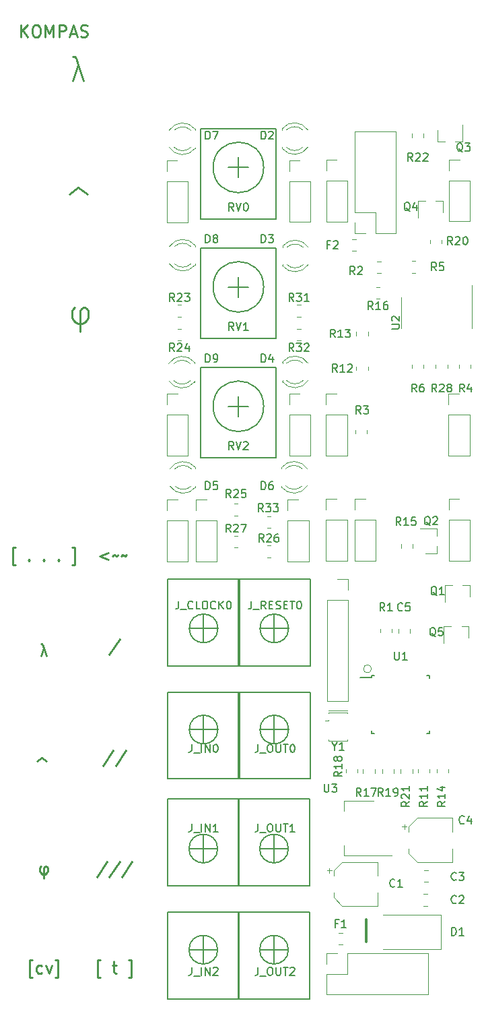
<source format=gbr>
%TF.GenerationSoftware,KiCad,Pcbnew,5.1.8*%
%TF.CreationDate,2020-11-17T21:54:47+01:00*%
%TF.ProjectId,kompas,6b6f6d70-6173-42e6-9b69-6361645f7063,rev?*%
%TF.SameCoordinates,Original*%
%TF.FileFunction,Legend,Top*%
%TF.FilePolarity,Positive*%
%FSLAX46Y46*%
G04 Gerber Fmt 4.6, Leading zero omitted, Abs format (unit mm)*
G04 Created by KiCad (PCBNEW 5.1.8) date 2020-11-17 21:54:47*
%MOMM*%
%LPD*%
G01*
G04 APERTURE LIST*
%ADD10C,0.250000*%
%ADD11C,0.300000*%
%ADD12C,0.120000*%
%ADD13C,0.150000*%
G04 APERTURE END LIST*
D10*
X71041142Y-27602571D02*
X71041142Y-26102571D01*
X71898285Y-27602571D02*
X71255428Y-26745428D01*
X71898285Y-26102571D02*
X71041142Y-26959714D01*
X72826857Y-26102571D02*
X73112571Y-26102571D01*
X73255428Y-26174000D01*
X73398285Y-26316857D01*
X73469714Y-26602571D01*
X73469714Y-27102571D01*
X73398285Y-27388285D01*
X73255428Y-27531142D01*
X73112571Y-27602571D01*
X72826857Y-27602571D01*
X72684000Y-27531142D01*
X72541142Y-27388285D01*
X72469714Y-27102571D01*
X72469714Y-26602571D01*
X72541142Y-26316857D01*
X72684000Y-26174000D01*
X72826857Y-26102571D01*
X74112571Y-27602571D02*
X74112571Y-26102571D01*
X74612571Y-27174000D01*
X75112571Y-26102571D01*
X75112571Y-27602571D01*
X75826857Y-27602571D02*
X75826857Y-26102571D01*
X76398285Y-26102571D01*
X76541142Y-26174000D01*
X76612571Y-26245428D01*
X76684000Y-26388285D01*
X76684000Y-26602571D01*
X76612571Y-26745428D01*
X76541142Y-26816857D01*
X76398285Y-26888285D01*
X75826857Y-26888285D01*
X77255428Y-27174000D02*
X77969714Y-27174000D01*
X77112571Y-27602571D02*
X77612571Y-26102571D01*
X78112571Y-27602571D01*
X78541142Y-27531142D02*
X78755428Y-27602571D01*
X79112571Y-27602571D01*
X79255428Y-27531142D01*
X79326857Y-27459714D01*
X79398285Y-27316857D01*
X79398285Y-27174000D01*
X79326857Y-27031142D01*
X79255428Y-26959714D01*
X79112571Y-26888285D01*
X78826857Y-26816857D01*
X78684000Y-26745428D01*
X78612571Y-26674000D01*
X78541142Y-26531142D01*
X78541142Y-26388285D01*
X78612571Y-26245428D01*
X78684000Y-26174000D01*
X78826857Y-26102571D01*
X79184000Y-26102571D01*
X79398285Y-26174000D01*
X78232000Y-31107142D02*
X77517714Y-33107142D01*
X77517714Y-30107142D02*
X77803428Y-30107142D01*
X77946285Y-30250000D01*
X78232000Y-31107142D01*
X78946285Y-33107142D01*
X77089142Y-47323714D02*
X78232000Y-46466571D01*
X79374857Y-47323714D01*
X77771714Y-61587142D02*
X77628857Y-61730000D01*
X77486000Y-62015714D01*
X77486000Y-62872857D01*
X77628857Y-63158571D01*
X77914571Y-63444285D01*
X78200285Y-63587142D01*
X78771714Y-63587142D01*
X79057428Y-63444285D01*
X79343142Y-63158571D01*
X79486000Y-62872857D01*
X79486000Y-62015714D01*
X79343142Y-61730000D01*
X79057428Y-61587142D01*
X78914571Y-61587142D01*
X78628857Y-61730000D01*
X78486000Y-62015714D01*
X78486000Y-64587142D01*
X83446857Y-103247142D02*
X82161142Y-105175714D01*
X82661142Y-117217142D02*
X81375428Y-119145714D01*
X84232571Y-117217142D02*
X82946857Y-119145714D01*
X81875428Y-131187142D02*
X80589714Y-133115714D01*
X83446857Y-131187142D02*
X82161142Y-133115714D01*
X85018285Y-131187142D02*
X83732571Y-133115714D01*
X81018285Y-145704571D02*
X80661142Y-145704571D01*
X80661142Y-143561714D01*
X81018285Y-143561714D01*
X82518285Y-144204571D02*
X83089714Y-144204571D01*
X82732571Y-143704571D02*
X82732571Y-144990285D01*
X82804000Y-145133142D01*
X82946857Y-145204571D01*
X83089714Y-145204571D01*
X84589714Y-145704571D02*
X84946857Y-145704571D01*
X84946857Y-143561714D01*
X84589714Y-143561714D01*
X72485428Y-145704571D02*
X72128285Y-145704571D01*
X72128285Y-143561714D01*
X72485428Y-143561714D01*
X73699714Y-145133142D02*
X73556857Y-145204571D01*
X73271142Y-145204571D01*
X73128285Y-145133142D01*
X73056857Y-145061714D01*
X72985428Y-144918857D01*
X72985428Y-144490285D01*
X73056857Y-144347428D01*
X73128285Y-144276000D01*
X73271142Y-144204571D01*
X73556857Y-144204571D01*
X73699714Y-144276000D01*
X74199714Y-144204571D02*
X74556857Y-145204571D01*
X74914000Y-144204571D01*
X75342571Y-145704571D02*
X75699714Y-145704571D01*
X75699714Y-143561714D01*
X75342571Y-143561714D01*
X73556857Y-131758571D02*
X73485428Y-131830000D01*
X73414000Y-131972857D01*
X73414000Y-132401428D01*
X73485428Y-132544285D01*
X73628285Y-132687142D01*
X73771142Y-132758571D01*
X74056857Y-132758571D01*
X74199714Y-132687142D01*
X74342571Y-132544285D01*
X74414000Y-132401428D01*
X74414000Y-131972857D01*
X74342571Y-131830000D01*
X74199714Y-131758571D01*
X74128285Y-131758571D01*
X73985428Y-131830000D01*
X73914000Y-131972857D01*
X73914000Y-133258571D01*
X73088571Y-118530857D02*
X73660000Y-118102285D01*
X74231428Y-118530857D01*
X73914000Y-104326571D02*
X73556857Y-105326571D01*
X73556857Y-103826571D02*
X73699714Y-103826571D01*
X73771142Y-103898000D01*
X73914000Y-104326571D01*
X74271142Y-105326571D01*
X82050000Y-92388571D02*
X80907142Y-92817142D01*
X82050000Y-93245714D01*
X82550000Y-92817142D02*
X82621428Y-92745714D01*
X82764285Y-92674285D01*
X83050000Y-92817142D01*
X83192857Y-92745714D01*
X83264285Y-92674285D01*
X83621428Y-92817142D02*
X83692857Y-92745714D01*
X83835714Y-92674285D01*
X84121428Y-92817142D01*
X84264285Y-92745714D01*
X84335714Y-92674285D01*
X70342571Y-93888571D02*
X69985428Y-93888571D01*
X69985428Y-91745714D01*
X70342571Y-91745714D01*
X72056857Y-93245714D02*
X72128285Y-93317142D01*
X72056857Y-93388571D01*
X71985428Y-93317142D01*
X72056857Y-93245714D01*
X72056857Y-93388571D01*
X73914000Y-93245714D02*
X73985428Y-93317142D01*
X73914000Y-93388571D01*
X73842571Y-93317142D01*
X73914000Y-93245714D01*
X73914000Y-93388571D01*
X75771142Y-93245714D02*
X75842571Y-93317142D01*
X75771142Y-93388571D01*
X75699714Y-93317142D01*
X75771142Y-93245714D01*
X75771142Y-93388571D01*
X77485428Y-93888571D02*
X77842571Y-93888571D01*
X77842571Y-91745714D01*
X77485428Y-91745714D01*
D11*
X114455247Y-141243988D02*
X114455247Y-138493988D01*
D12*
X115124585Y-106973818D02*
G75*
G03*
X115124585Y-106973818I-500000J0D01*
G01*
D13*
%TO.C,J_OUT0*%
X107406116Y-120795380D02*
X98406116Y-120795380D01*
X107406116Y-109895380D02*
X98406116Y-109895380D01*
X107406116Y-120795380D02*
X107406116Y-109895380D01*
X98406116Y-120795380D02*
X98406116Y-109895380D01*
X104706116Y-114595380D02*
G75*
G03*
X104706116Y-114595380I-1800000J0D01*
G01*
X102906116Y-116395380D02*
X102906116Y-112795380D01*
X104706116Y-114595380D02*
X101106116Y-114595380D01*
%TO.C,J_IN0*%
X98516116Y-120795380D02*
X89516116Y-120795380D01*
X98516116Y-109895380D02*
X89516116Y-109895380D01*
X98516116Y-120795380D02*
X98516116Y-109895380D01*
X89516116Y-120795380D02*
X89516116Y-109895380D01*
X95816116Y-114595380D02*
G75*
G03*
X95816116Y-114595380I-1800000J0D01*
G01*
X94016116Y-116395380D02*
X94016116Y-112795380D01*
X95816116Y-114595380D02*
X92216116Y-114595380D01*
%TO.C,J_IN2*%
X98480000Y-148440000D02*
X89480000Y-148440000D01*
X98480000Y-137540000D02*
X89480000Y-137540000D01*
X98480000Y-148440000D02*
X98480000Y-137540000D01*
X89480000Y-148440000D02*
X89480000Y-137540000D01*
X95780000Y-142240000D02*
G75*
G03*
X95780000Y-142240000I-1800000J0D01*
G01*
X93980000Y-144040000D02*
X93980000Y-140440000D01*
X95780000Y-142240000D02*
X92180000Y-142240000D01*
%TO.C,J_OUT2*%
X107370000Y-148440000D02*
X98370000Y-148440000D01*
X107370000Y-137540000D02*
X98370000Y-137540000D01*
X107370000Y-148440000D02*
X107370000Y-137540000D01*
X98370000Y-148440000D02*
X98370000Y-137540000D01*
X104670000Y-142240000D02*
G75*
G03*
X104670000Y-142240000I-1800000J0D01*
G01*
X102870000Y-144040000D02*
X102870000Y-140440000D01*
X104670000Y-142240000D02*
X101070000Y-142240000D01*
D12*
%TO.C,J6*%
X109441692Y-43076200D02*
X110771692Y-43076200D01*
X109441692Y-44406200D02*
X109441692Y-43076200D01*
X109441692Y-45676200D02*
X112101692Y-45676200D01*
X112101692Y-45676200D02*
X112101692Y-50816200D01*
X109441692Y-45676200D02*
X109441692Y-50816200D01*
X109441692Y-50816200D02*
X112101692Y-50816200D01*
%TO.C,U2*%
X127741247Y-62222488D02*
X127741247Y-58772488D01*
X127741247Y-62222488D02*
X127741247Y-64172488D01*
X118871247Y-62222488D02*
X118871247Y-60272488D01*
X118871247Y-62222488D02*
X118871247Y-64172488D01*
D13*
%TO.C,U1*%
X115168247Y-107817988D02*
X115168247Y-108042988D01*
X122418247Y-107817988D02*
X122418247Y-108142988D01*
X122418247Y-115067988D02*
X122418247Y-114742988D01*
X115168247Y-115067988D02*
X115168247Y-114742988D01*
X115168247Y-107817988D02*
X115493247Y-107817988D01*
X115168247Y-115067988D02*
X115493247Y-115067988D01*
X122418247Y-115067988D02*
X122093247Y-115067988D01*
X122418247Y-107817988D02*
X122093247Y-107817988D01*
X115168247Y-108042988D02*
X113743247Y-108042988D01*
D12*
%TO.C,F1*%
X111493499Y-141546988D02*
X110970995Y-141546988D01*
X111493499Y-140126988D02*
X110970995Y-140126988D01*
%TO.C,J20*%
X93033691Y-93472793D02*
X95693691Y-93472793D01*
X93033691Y-88332793D02*
X93033691Y-93472793D01*
X95693691Y-88332793D02*
X95693691Y-93472793D01*
X93033691Y-88332793D02*
X95693691Y-88332793D01*
X93033691Y-87062793D02*
X93033691Y-85732793D01*
X93033691Y-85732793D02*
X94363691Y-85732793D01*
%TO.C,J12*%
X113036008Y-85642988D02*
X114366008Y-85642988D01*
X113036008Y-86972988D02*
X113036008Y-85642988D01*
X113036008Y-88242988D02*
X115696008Y-88242988D01*
X115696008Y-88242988D02*
X115696008Y-93382988D01*
X113036008Y-88242988D02*
X113036008Y-93382988D01*
X113036008Y-93382988D02*
X115696008Y-93382988D01*
%TO.C,J19*%
X89390271Y-72443952D02*
X90720271Y-72443952D01*
X89390271Y-73773952D02*
X89390271Y-72443952D01*
X89390271Y-75043952D02*
X92050271Y-75043952D01*
X92050271Y-75043952D02*
X92050271Y-80183952D01*
X89390271Y-75043952D02*
X89390271Y-80183952D01*
X89390271Y-80183952D02*
X92050271Y-80183952D01*
%TO.C,J18*%
X104588000Y-85728500D02*
X105918000Y-85728500D01*
X104588000Y-87058500D02*
X104588000Y-85728500D01*
X104588000Y-88328500D02*
X107248000Y-88328500D01*
X107248000Y-88328500D02*
X107248000Y-93468500D01*
X104588000Y-88328500D02*
X104588000Y-93468500D01*
X104588000Y-93468500D02*
X107248000Y-93468500D01*
%TO.C,J16*%
X89411500Y-85728500D02*
X90741500Y-85728500D01*
X89411500Y-87058500D02*
X89411500Y-85728500D01*
X89411500Y-88328500D02*
X92071500Y-88328500D01*
X92071500Y-88328500D02*
X92071500Y-93468500D01*
X89411500Y-88328500D02*
X89411500Y-93468500D01*
X89411500Y-93468500D02*
X92071500Y-93468500D01*
%TO.C,J15*%
X104777362Y-72443952D02*
X106107362Y-72443952D01*
X104777362Y-73773952D02*
X104777362Y-72443952D01*
X104777362Y-75043952D02*
X107437362Y-75043952D01*
X107437362Y-75043952D02*
X107437362Y-80183952D01*
X104777362Y-75043952D02*
X104777362Y-80183952D01*
X104777362Y-80183952D02*
X107437362Y-80183952D01*
%TO.C,J14*%
X104774316Y-43105441D02*
X106104316Y-43105441D01*
X104774316Y-44435441D02*
X104774316Y-43105441D01*
X104774316Y-45705441D02*
X107434316Y-45705441D01*
X107434316Y-45705441D02*
X107434316Y-50845441D01*
X104774316Y-45705441D02*
X104774316Y-50845441D01*
X104774316Y-50845441D02*
X107434316Y-50845441D01*
%TO.C,J13*%
X89373287Y-43128670D02*
X90703287Y-43128670D01*
X89373287Y-44458670D02*
X89373287Y-43128670D01*
X89373287Y-45728670D02*
X92033287Y-45728670D01*
X92033287Y-45728670D02*
X92033287Y-50868670D01*
X89373287Y-45728670D02*
X89373287Y-50868670D01*
X89373287Y-50868670D02*
X92033287Y-50868670D01*
%TO.C,J11*%
X109415537Y-72446062D02*
X110745537Y-72446062D01*
X109415537Y-73776062D02*
X109415537Y-72446062D01*
X109415537Y-75046062D02*
X112075537Y-75046062D01*
X112075537Y-75046062D02*
X112075537Y-80186062D01*
X109415537Y-75046062D02*
X109415537Y-80186062D01*
X109415537Y-80186062D02*
X112075537Y-80186062D01*
%TO.C,J10*%
X124851747Y-85633749D02*
X126181747Y-85633749D01*
X124851747Y-86963749D02*
X124851747Y-85633749D01*
X124851747Y-88233749D02*
X127511747Y-88233749D01*
X127511747Y-88233749D02*
X127511747Y-93373749D01*
X124851747Y-88233749D02*
X124851747Y-93373749D01*
X124851747Y-93373749D02*
X127511747Y-93373749D01*
%TO.C,J9*%
X109424167Y-85642988D02*
X110754167Y-85642988D01*
X109424167Y-86972988D02*
X109424167Y-85642988D01*
X109424167Y-88242988D02*
X112084167Y-88242988D01*
X112084167Y-88242988D02*
X112084167Y-93382988D01*
X109424167Y-88242988D02*
X109424167Y-93382988D01*
X109424167Y-93382988D02*
X112084167Y-93382988D01*
%TO.C,J8*%
X124837215Y-72446062D02*
X126167215Y-72446062D01*
X124837215Y-73776062D02*
X124837215Y-72446062D01*
X124837215Y-75046062D02*
X127497215Y-75046062D01*
X127497215Y-75046062D02*
X127497215Y-80186062D01*
X124837215Y-75046062D02*
X124837215Y-80186062D01*
X124837215Y-80186062D02*
X127497215Y-80186062D01*
%TO.C,J7*%
X124865950Y-43029741D02*
X126195950Y-43029741D01*
X124865950Y-44359741D02*
X124865950Y-43029741D01*
X124865950Y-45629741D02*
X127525950Y-45629741D01*
X127525950Y-45629741D02*
X127525950Y-50769741D01*
X124865950Y-45629741D02*
X124865950Y-50769741D01*
X124865950Y-50769741D02*
X127525950Y-50769741D01*
%TO.C,C4*%
X125345247Y-131232988D02*
X125345247Y-129532988D01*
X125345247Y-125712988D02*
X125345247Y-127412988D01*
X120889684Y-125712988D02*
X125345247Y-125712988D01*
X120889684Y-131232988D02*
X125345247Y-131232988D01*
X119825247Y-130168551D02*
X119825247Y-129532988D01*
X119825247Y-126777425D02*
X119825247Y-127412988D01*
X119825247Y-126777425D02*
X120889684Y-125712988D01*
X119825247Y-130168551D02*
X120889684Y-131232988D01*
X118960247Y-126787988D02*
X119585247Y-126787988D01*
X119272747Y-126475488D02*
X119272747Y-127100488D01*
%TO.C,D2*%
X103898923Y-39141027D02*
X103898923Y-39297027D01*
X103898923Y-41457027D02*
X103898923Y-41613027D01*
X106500053Y-41456864D02*
G75*
G02*
X104417962Y-41457027I-1041130J1079837D01*
G01*
X106500053Y-39297190D02*
G75*
G03*
X104417962Y-39297027I-1041130J-1079837D01*
G01*
X107131258Y-41455635D02*
G75*
G02*
X103898923Y-41612543I-1672335J1078608D01*
G01*
X107131258Y-39298419D02*
G75*
G03*
X103898923Y-39141511I-1672335J-1078608D01*
G01*
%TO.C,C5*%
X119977247Y-101946236D02*
X119977247Y-102468740D01*
X118507247Y-101946236D02*
X118507247Y-102468740D01*
%TO.C,D1*%
X123855247Y-142143988D02*
X123855247Y-137843988D01*
X123855247Y-137843988D02*
X116555247Y-137843988D01*
X123855247Y-142143988D02*
X116555247Y-142143988D01*
%TO.C,D3*%
X103956157Y-53881030D02*
X103956157Y-54037030D01*
X103956157Y-56197030D02*
X103956157Y-56353030D01*
X106557287Y-56196867D02*
G75*
G02*
X104475196Y-56197030I-1041130J1079837D01*
G01*
X106557287Y-54037193D02*
G75*
G03*
X104475196Y-54037030I-1041130J-1079837D01*
G01*
X107188492Y-56195638D02*
G75*
G02*
X103956157Y-56352546I-1672335J1078608D01*
G01*
X107188492Y-54038422D02*
G75*
G03*
X103956157Y-53881514I-1672335J-1078608D01*
G01*
%TO.C,R31*%
X105772936Y-61265000D02*
X106227064Y-61265000D01*
X105772936Y-62735000D02*
X106227064Y-62735000D01*
%TO.C,J4*%
X118219899Y-52275061D02*
X115619899Y-52275061D01*
X118219899Y-52275061D02*
X118219899Y-39455061D01*
X118219899Y-39455061D02*
X113019899Y-39455061D01*
X113019899Y-49675061D02*
X113019899Y-39455061D01*
X115619899Y-49675061D02*
X113019899Y-49675061D01*
X115619899Y-52275061D02*
X115619899Y-49675061D01*
X113019899Y-52275061D02*
X113019899Y-50945061D01*
X114349899Y-52275061D02*
X113019899Y-52275061D01*
%TO.C,R32*%
X106227064Y-65735000D02*
X105772936Y-65735000D01*
X106227064Y-64265000D02*
X105772936Y-64265000D01*
%TO.C,J5*%
X109530247Y-98291988D02*
X112190247Y-98291988D01*
X109530247Y-98291988D02*
X109530247Y-111051988D01*
X109530247Y-111051988D02*
X112190247Y-111051988D01*
X112190247Y-98291988D02*
X112190247Y-111051988D01*
X112190247Y-95691988D02*
X112190247Y-97021988D01*
X110860247Y-95691988D02*
X112190247Y-95691988D01*
%TO.C,D4*%
X103931460Y-68444369D02*
X103931460Y-68600369D01*
X103931460Y-70760369D02*
X103931460Y-70916369D01*
X106532590Y-70760206D02*
G75*
G02*
X104450499Y-70760369I-1041130J1079837D01*
G01*
X106532590Y-68600532D02*
G75*
G03*
X104450499Y-68600369I-1041130J-1079837D01*
G01*
X107163795Y-70758977D02*
G75*
G02*
X103931460Y-70915885I-1672335J1078608D01*
G01*
X107163795Y-68601761D02*
G75*
G03*
X103931460Y-68444853I-1672335J-1078608D01*
G01*
D13*
%TO.C,RV2*%
X93645890Y-69150000D02*
X103145890Y-69150000D01*
X93645890Y-80500000D02*
X103145890Y-80500000D01*
X103145890Y-69150000D02*
X103145890Y-80500000D01*
X93645890Y-69150000D02*
X93645890Y-80500000D01*
X101570890Y-74000000D02*
G75*
G03*
X101570890Y-74000000I-3175000J0D01*
G01*
X98395890Y-72730000D02*
X98395890Y-75270000D01*
X97125890Y-74000000D02*
X99665890Y-74000000D01*
%TO.C,J_OUT1*%
X101070000Y-129540000D02*
X104670000Y-129540000D01*
X102870000Y-127740000D02*
X102870000Y-131340000D01*
X104670000Y-129540000D02*
G75*
G03*
X104670000Y-129540000I-1800000J0D01*
G01*
X107370000Y-123340000D02*
X107370000Y-134240000D01*
X98370000Y-123340000D02*
X98370000Y-134240000D01*
X98370000Y-134240000D02*
X107370000Y-134240000D01*
X98370000Y-123340000D02*
X107370000Y-123340000D01*
%TO.C,J_IN1*%
X92180000Y-129540000D02*
X95780000Y-129540000D01*
X93980000Y-127740000D02*
X93980000Y-131340000D01*
X95780000Y-129540000D02*
G75*
G03*
X95780000Y-129540000I-1800000J0D01*
G01*
X98480000Y-123340000D02*
X98480000Y-134240000D01*
X89480000Y-123340000D02*
X89480000Y-134240000D01*
X89480000Y-134240000D02*
X98480000Y-134240000D01*
X89480000Y-123340000D02*
X98480000Y-123340000D01*
D12*
%TO.C,Q3*%
X123425247Y-40753988D02*
X124355247Y-40753988D01*
X126585247Y-40753988D02*
X125655247Y-40753988D01*
X126585247Y-40753988D02*
X126585247Y-38593988D01*
X123425247Y-40753988D02*
X123425247Y-39293988D01*
%TO.C,R20*%
X123977747Y-53090924D02*
X123977747Y-53545052D01*
X122507747Y-53090924D02*
X122507747Y-53545052D01*
%TO.C,R19*%
X116475247Y-120045552D02*
X116475247Y-119591424D01*
X117945247Y-120045552D02*
X117945247Y-119591424D01*
%TO.C,R18*%
X111903247Y-119998052D02*
X111903247Y-119543924D01*
X113373247Y-119998052D02*
X113373247Y-119543924D01*
%TO.C,R17*%
X114062247Y-120045552D02*
X114062247Y-119591424D01*
X115532247Y-120045552D02*
X115532247Y-119591424D01*
%TO.C,R16*%
X116182311Y-60482488D02*
X115728183Y-60482488D01*
X116182311Y-59012488D02*
X115728183Y-59012488D01*
%TO.C,R15*%
X120319226Y-91329676D02*
X120319226Y-91783804D01*
X118849226Y-91329676D02*
X118849226Y-91783804D01*
%TO.C,R14*%
X123333247Y-120029552D02*
X123333247Y-119575424D01*
X124803247Y-120029552D02*
X124803247Y-119575424D01*
%TO.C,R13*%
X113220247Y-65118052D02*
X113220247Y-64663924D01*
X114690247Y-65118052D02*
X114690247Y-64663924D01*
%TO.C,D9*%
X92869574Y-70949968D02*
X92869574Y-70793968D01*
X92869574Y-68633968D02*
X92869574Y-68477968D01*
X90268444Y-68634131D02*
G75*
G02*
X92350535Y-68633968I1041130J-1079837D01*
G01*
X90268444Y-70793805D02*
G75*
G03*
X92350535Y-70793968I1041130J1079837D01*
G01*
X89637239Y-68635360D02*
G75*
G02*
X92869574Y-68478452I1672335J-1078608D01*
G01*
X89637239Y-70792576D02*
G75*
G03*
X92869574Y-70949484I1672335J1078608D01*
G01*
%TO.C,D8*%
X92948652Y-56256267D02*
X92948652Y-56100267D01*
X92948652Y-53940267D02*
X92948652Y-53784267D01*
X90347522Y-53940430D02*
G75*
G02*
X92429613Y-53940267I1041130J-1079837D01*
G01*
X90347522Y-56100104D02*
G75*
G03*
X92429613Y-56100267I1041130J1079837D01*
G01*
X89716317Y-53941659D02*
G75*
G02*
X92948652Y-53784751I1672335J-1078608D01*
G01*
X89716317Y-56098875D02*
G75*
G03*
X92948652Y-56255783I1672335J1078608D01*
G01*
%TO.C,R12*%
X114690247Y-69029424D02*
X114690247Y-69483552D01*
X113220247Y-69029424D02*
X113220247Y-69483552D01*
%TO.C,R11*%
X120983747Y-120029552D02*
X120983747Y-119575424D01*
X122453747Y-120029552D02*
X122453747Y-119575424D01*
%TO.C,R6*%
X121690247Y-68766924D02*
X121690247Y-69221052D01*
X120220247Y-68766924D02*
X120220247Y-69221052D01*
%TO.C,R5*%
X120658939Y-57236835D02*
X120204811Y-57236835D01*
X120658939Y-55766835D02*
X120204811Y-55766835D01*
%TO.C,R4*%
X127597247Y-68766924D02*
X127597247Y-69221052D01*
X126127247Y-68766924D02*
X126127247Y-69221052D01*
%TO.C,R3*%
X113109747Y-77453052D02*
X113109747Y-76998924D01*
X114579747Y-77453052D02*
X114579747Y-76998924D01*
%TO.C,R2*%
X116300169Y-57264916D02*
X115846041Y-57264916D01*
X116300169Y-55794916D02*
X115846041Y-55794916D01*
%TO.C,R1*%
X117691247Y-101954424D02*
X117691247Y-102408552D01*
X116221247Y-101954424D02*
X116221247Y-102408552D01*
%TO.C,Q5*%
X127378747Y-101595988D02*
X126448747Y-101595988D01*
X124218747Y-101595988D02*
X125148747Y-101595988D01*
X124218747Y-101595988D02*
X124218747Y-103755988D01*
X127378747Y-101595988D02*
X127378747Y-103055988D01*
%TO.C,Q4*%
X124158510Y-48183421D02*
X123228510Y-48183421D01*
X120998510Y-48183421D02*
X121928510Y-48183421D01*
X120998510Y-48183421D02*
X120998510Y-50343421D01*
X124158510Y-48183421D02*
X124158510Y-49643421D01*
%TO.C,C1*%
X115915247Y-136753988D02*
X115915247Y-135053988D01*
X115915247Y-131233988D02*
X115915247Y-132933988D01*
X111459684Y-131233988D02*
X115915247Y-131233988D01*
X111459684Y-136753988D02*
X115915247Y-136753988D01*
X110395247Y-135689551D02*
X110395247Y-135053988D01*
X110395247Y-132298425D02*
X110395247Y-132933988D01*
X110395247Y-132298425D02*
X111459684Y-131233988D01*
X110395247Y-135689551D02*
X111459684Y-136753988D01*
X109530247Y-132308988D02*
X110155247Y-132308988D01*
X109842747Y-131996488D02*
X109842747Y-132621488D01*
D13*
%TO.C,J_CLOCK0*%
X92216116Y-101895380D02*
X95816116Y-101895380D01*
X94016116Y-100095380D02*
X94016116Y-103695380D01*
X95816116Y-101895380D02*
G75*
G03*
X95816116Y-101895380I-1800000J0D01*
G01*
X98516116Y-95695380D02*
X98516116Y-106595380D01*
X89516116Y-95695380D02*
X89516116Y-106595380D01*
X89516116Y-106595380D02*
X98516116Y-106595380D01*
X89516116Y-95695380D02*
X98516116Y-95695380D01*
D12*
%TO.C,Q2*%
X123388510Y-92493211D02*
X123388510Y-91563211D01*
X123388510Y-89333211D02*
X123388510Y-90263211D01*
X123388510Y-89333211D02*
X121228510Y-89333211D01*
X123388510Y-92493211D02*
X121928510Y-92493211D01*
%TO.C,R28*%
X123220247Y-69221052D02*
X123220247Y-68766924D01*
X124690247Y-69221052D02*
X124690247Y-68766924D01*
%TO.C,C2*%
X121656495Y-135258988D02*
X122178999Y-135258988D01*
X121656495Y-136728988D02*
X122178999Y-136728988D01*
%TO.C,C3*%
X121731495Y-132258988D02*
X122253999Y-132258988D01*
X121731495Y-133728988D02*
X122253999Y-133728988D01*
%TO.C,D5*%
X93000000Y-84167000D02*
X93000000Y-84011000D01*
X93000000Y-81851000D02*
X93000000Y-81695000D01*
X90398870Y-81851163D02*
G75*
G02*
X92480961Y-81851000I1041130J-1079837D01*
G01*
X90398870Y-84010837D02*
G75*
G03*
X92480961Y-84011000I1041130J1079837D01*
G01*
X89767665Y-81852392D02*
G75*
G02*
X93000000Y-81695484I1672335J-1078608D01*
G01*
X89767665Y-84009608D02*
G75*
G03*
X93000000Y-84166516I1672335J1078608D01*
G01*
%TO.C,F2*%
X112668995Y-53052488D02*
X113191499Y-53052488D01*
X112668995Y-54472488D02*
X113191499Y-54472488D01*
%TO.C,D6*%
X103820890Y-81681387D02*
X103820890Y-81837387D01*
X103820890Y-83997387D02*
X103820890Y-84153387D01*
X106422020Y-83997224D02*
G75*
G02*
X104339929Y-83997387I-1041130J1079837D01*
G01*
X106422020Y-81837550D02*
G75*
G03*
X104339929Y-81837387I-1041130J-1079837D01*
G01*
X107053225Y-83995995D02*
G75*
G02*
X103820890Y-84152903I-1672335J1078608D01*
G01*
X107053225Y-81838779D02*
G75*
G03*
X103820890Y-81681871I-1672335J-1078608D01*
G01*
%TO.C,R33*%
X102440446Y-89295253D02*
X101986318Y-89295253D01*
X102440446Y-87825253D02*
X101986318Y-87825253D01*
%TO.C,J_POWER0*%
X109466747Y-144011988D02*
X109466747Y-142681988D01*
X109466747Y-142681988D02*
X110796747Y-142681988D01*
X109466747Y-145281988D02*
X112066747Y-145281988D01*
X112066747Y-145281988D02*
X112066747Y-142681988D01*
X112066747Y-142681988D02*
X122286747Y-142681988D01*
X122286747Y-147881988D02*
X122286747Y-142681988D01*
X109466747Y-147881988D02*
X122286747Y-147881988D01*
X109466747Y-147881988D02*
X109466747Y-145281988D01*
%TO.C,R25*%
X98319927Y-87720983D02*
X97865799Y-87720983D01*
X98319927Y-86250983D02*
X97865799Y-86250983D01*
%TO.C,Y1*%
X112123747Y-116023988D02*
X110123747Y-116023988D01*
X110123747Y-112423988D02*
X112123747Y-112423988D01*
X109723747Y-113473988D02*
X109323747Y-113473988D01*
X112123747Y-112223988D02*
X110123747Y-112223988D01*
X110123747Y-116023988D02*
X109723747Y-116023988D01*
X110123747Y-112423988D02*
X109723747Y-112423988D01*
X110123747Y-112223988D02*
X109723747Y-112223988D01*
X112123747Y-112423988D02*
X112123747Y-112573988D01*
X109723747Y-112423988D02*
X109723747Y-112573988D01*
X109723747Y-113473988D02*
X109723747Y-113423988D01*
X109723747Y-116023988D02*
X109723747Y-115873988D01*
X112123747Y-116023988D02*
X112123747Y-115873988D01*
%TO.C,R24*%
X91227064Y-65735000D02*
X90772936Y-65735000D01*
X91227064Y-64265000D02*
X90772936Y-64265000D01*
D13*
%TO.C,J_RESET0*%
X101106116Y-101895380D02*
X104706116Y-101895380D01*
X102906116Y-100095380D02*
X102906116Y-103695380D01*
X104706116Y-101895380D02*
G75*
G03*
X104706116Y-101895380I-1800000J0D01*
G01*
X107406116Y-95695380D02*
X107406116Y-106595380D01*
X98406116Y-95695380D02*
X98406116Y-106595380D01*
X98406116Y-106595380D02*
X107406116Y-106595380D01*
X98406116Y-95695380D02*
X107406116Y-95695380D01*
D12*
%TO.C,U3*%
X117690747Y-130403988D02*
X111680747Y-130403988D01*
X115440747Y-123583988D02*
X111680747Y-123583988D01*
X111680747Y-130403988D02*
X111680747Y-129143988D01*
X111680747Y-123583988D02*
X111680747Y-124843988D01*
%TO.C,D7*%
X92927039Y-41636894D02*
X92927039Y-41480894D01*
X92927039Y-39320894D02*
X92927039Y-39164894D01*
X90325909Y-39321057D02*
G75*
G02*
X92408000Y-39320894I1041130J-1079837D01*
G01*
X90325909Y-41480731D02*
G75*
G03*
X92408000Y-41480894I1041130J1079837D01*
G01*
X89694704Y-39322286D02*
G75*
G02*
X92927039Y-39165378I1672335J-1078608D01*
G01*
X89694704Y-41479502D02*
G75*
G03*
X92927039Y-41636410I1672335J1078608D01*
G01*
D13*
%TO.C,RV0*%
X93645890Y-39150000D02*
X103145890Y-39150000D01*
X93645890Y-50500000D02*
X103145890Y-50500000D01*
X103145890Y-39150000D02*
X103145890Y-50500000D01*
X93645890Y-39150000D02*
X93645890Y-50500000D01*
X101570890Y-44000000D02*
G75*
G03*
X101570890Y-44000000I-3175000J0D01*
G01*
X98395890Y-42730000D02*
X98395890Y-45270000D01*
X97125890Y-44000000D02*
X99665890Y-44000000D01*
D12*
%TO.C,R26*%
X101986318Y-91502129D02*
X102440446Y-91502129D01*
X101986318Y-92972129D02*
X102440446Y-92972129D01*
%TO.C,R27*%
X97837764Y-90262855D02*
X98291892Y-90262855D01*
X97837764Y-91732855D02*
X98291892Y-91732855D01*
%TO.C,R23*%
X90772936Y-61265000D02*
X91227064Y-61265000D01*
X90772936Y-62735000D02*
X91227064Y-62735000D01*
%TO.C,R22*%
X121690247Y-39766924D02*
X121690247Y-40221052D01*
X120220247Y-39766924D02*
X120220247Y-40221052D01*
%TO.C,R21*%
X118824747Y-120061552D02*
X118824747Y-119607424D01*
X120294747Y-120061552D02*
X120294747Y-119607424D01*
%TO.C,Q1*%
X127537247Y-96452488D02*
X126607247Y-96452488D01*
X124377247Y-96452488D02*
X125307247Y-96452488D01*
X124377247Y-96452488D02*
X124377247Y-98612488D01*
X127537247Y-96452488D02*
X127537247Y-97912488D01*
D13*
%TO.C,RV1*%
X93645890Y-54150000D02*
X103145890Y-54150000D01*
X93645890Y-65500000D02*
X103145890Y-65500000D01*
X103145890Y-54150000D02*
X103145890Y-65500000D01*
X93645890Y-54150000D02*
X93645890Y-65500000D01*
X101570890Y-59000000D02*
G75*
G03*
X101570890Y-59000000I-3175000J0D01*
G01*
X98395890Y-57730000D02*
X98395890Y-60270000D01*
X97125890Y-59000000D02*
X99665890Y-59000000D01*
%TO.C,J_OUT0*%
X100857142Y-116452380D02*
X100857142Y-117166666D01*
X100809523Y-117309523D01*
X100714285Y-117404761D01*
X100571428Y-117452380D01*
X100476190Y-117452380D01*
X101095238Y-117547619D02*
X101857142Y-117547619D01*
X102285714Y-116452380D02*
X102476190Y-116452380D01*
X102571428Y-116500000D01*
X102666666Y-116595238D01*
X102714285Y-116785714D01*
X102714285Y-117119047D01*
X102666666Y-117309523D01*
X102571428Y-117404761D01*
X102476190Y-117452380D01*
X102285714Y-117452380D01*
X102190476Y-117404761D01*
X102095238Y-117309523D01*
X102047619Y-117119047D01*
X102047619Y-116785714D01*
X102095238Y-116595238D01*
X102190476Y-116500000D01*
X102285714Y-116452380D01*
X103142857Y-116452380D02*
X103142857Y-117261904D01*
X103190476Y-117357142D01*
X103238095Y-117404761D01*
X103333333Y-117452380D01*
X103523809Y-117452380D01*
X103619047Y-117404761D01*
X103666666Y-117357142D01*
X103714285Y-117261904D01*
X103714285Y-116452380D01*
X104047619Y-116452380D02*
X104619047Y-116452380D01*
X104333333Y-117452380D02*
X104333333Y-116452380D01*
X105142857Y-116452380D02*
X105238095Y-116452380D01*
X105333333Y-116500000D01*
X105380952Y-116547619D01*
X105428571Y-116642857D01*
X105476190Y-116833333D01*
X105476190Y-117071428D01*
X105428571Y-117261904D01*
X105380952Y-117357142D01*
X105333333Y-117404761D01*
X105238095Y-117452380D01*
X105142857Y-117452380D01*
X105047619Y-117404761D01*
X105000000Y-117357142D01*
X104952380Y-117261904D01*
X104904761Y-117071428D01*
X104904761Y-116833333D01*
X104952380Y-116642857D01*
X105000000Y-116547619D01*
X105047619Y-116500000D01*
X105142857Y-116452380D01*
%TO.C,J_IN0*%
X92523809Y-116452380D02*
X92523809Y-117166666D01*
X92476190Y-117309523D01*
X92380952Y-117404761D01*
X92238095Y-117452380D01*
X92142857Y-117452380D01*
X92761904Y-117547619D02*
X93523809Y-117547619D01*
X93761904Y-117452380D02*
X93761904Y-116452380D01*
X94238095Y-117452380D02*
X94238095Y-116452380D01*
X94809523Y-117452380D01*
X94809523Y-116452380D01*
X95476190Y-116452380D02*
X95571428Y-116452380D01*
X95666666Y-116500000D01*
X95714285Y-116547619D01*
X95761904Y-116642857D01*
X95809523Y-116833333D01*
X95809523Y-117071428D01*
X95761904Y-117261904D01*
X95714285Y-117357142D01*
X95666666Y-117404761D01*
X95571428Y-117452380D01*
X95476190Y-117452380D01*
X95380952Y-117404761D01*
X95333333Y-117357142D01*
X95285714Y-117261904D01*
X95238095Y-117071428D01*
X95238095Y-116833333D01*
X95285714Y-116642857D01*
X95333333Y-116547619D01*
X95380952Y-116500000D01*
X95476190Y-116452380D01*
%TO.C,J_IN2*%
X92523809Y-144452380D02*
X92523809Y-145166666D01*
X92476190Y-145309523D01*
X92380952Y-145404761D01*
X92238095Y-145452380D01*
X92142857Y-145452380D01*
X92761904Y-145547619D02*
X93523809Y-145547619D01*
X93761904Y-145452380D02*
X93761904Y-144452380D01*
X94238095Y-145452380D02*
X94238095Y-144452380D01*
X94809523Y-145452380D01*
X94809523Y-144452380D01*
X95238095Y-144547619D02*
X95285714Y-144500000D01*
X95380952Y-144452380D01*
X95619047Y-144452380D01*
X95714285Y-144500000D01*
X95761904Y-144547619D01*
X95809523Y-144642857D01*
X95809523Y-144738095D01*
X95761904Y-144880952D01*
X95190476Y-145452380D01*
X95809523Y-145452380D01*
%TO.C,J_OUT2*%
X100857142Y-144452380D02*
X100857142Y-145166666D01*
X100809523Y-145309523D01*
X100714285Y-145404761D01*
X100571428Y-145452380D01*
X100476190Y-145452380D01*
X101095238Y-145547619D02*
X101857142Y-145547619D01*
X102285714Y-144452380D02*
X102476190Y-144452380D01*
X102571428Y-144500000D01*
X102666666Y-144595238D01*
X102714285Y-144785714D01*
X102714285Y-145119047D01*
X102666666Y-145309523D01*
X102571428Y-145404761D01*
X102476190Y-145452380D01*
X102285714Y-145452380D01*
X102190476Y-145404761D01*
X102095238Y-145309523D01*
X102047619Y-145119047D01*
X102047619Y-144785714D01*
X102095238Y-144595238D01*
X102190476Y-144500000D01*
X102285714Y-144452380D01*
X103142857Y-144452380D02*
X103142857Y-145261904D01*
X103190476Y-145357142D01*
X103238095Y-145404761D01*
X103333333Y-145452380D01*
X103523809Y-145452380D01*
X103619047Y-145404761D01*
X103666666Y-145357142D01*
X103714285Y-145261904D01*
X103714285Y-144452380D01*
X104047619Y-144452380D02*
X104619047Y-144452380D01*
X104333333Y-145452380D02*
X104333333Y-144452380D01*
X104904761Y-144547619D02*
X104952380Y-144500000D01*
X105047619Y-144452380D01*
X105285714Y-144452380D01*
X105380952Y-144500000D01*
X105428571Y-144547619D01*
X105476190Y-144642857D01*
X105476190Y-144738095D01*
X105428571Y-144880952D01*
X104857142Y-145452380D01*
X105476190Y-145452380D01*
%TO.C,U2*%
X117657627Y-64255892D02*
X118467151Y-64255892D01*
X118562389Y-64208273D01*
X118610008Y-64160654D01*
X118657627Y-64065416D01*
X118657627Y-63874940D01*
X118610008Y-63779702D01*
X118562389Y-63732083D01*
X118467151Y-63684464D01*
X117657627Y-63684464D01*
X117752866Y-63255892D02*
X117705247Y-63208273D01*
X117657627Y-63113035D01*
X117657627Y-62874940D01*
X117705247Y-62779702D01*
X117752866Y-62732083D01*
X117848104Y-62684464D01*
X117943342Y-62684464D01*
X118086199Y-62732083D01*
X118657627Y-63303511D01*
X118657627Y-62684464D01*
%TO.C,U1*%
X118031342Y-104845368D02*
X118031342Y-105654892D01*
X118078961Y-105750130D01*
X118126580Y-105797749D01*
X118221818Y-105845368D01*
X118412294Y-105845368D01*
X118507532Y-105797749D01*
X118555151Y-105750130D01*
X118602770Y-105654892D01*
X118602770Y-104845368D01*
X119602770Y-105845368D02*
X119031342Y-105845368D01*
X119317056Y-105845368D02*
X119317056Y-104845368D01*
X119221818Y-104988226D01*
X119126580Y-105083464D01*
X119031342Y-105131083D01*
%TO.C,F1*%
X110898913Y-138922559D02*
X110565580Y-138922559D01*
X110565580Y-139446368D02*
X110565580Y-138446368D01*
X111041770Y-138446368D01*
X111946532Y-139446368D02*
X111375104Y-139446368D01*
X111660818Y-139446368D02*
X111660818Y-138446368D01*
X111565580Y-138589226D01*
X111470342Y-138684464D01*
X111375104Y-138732083D01*
%TO.C,C4*%
X126788580Y-126351130D02*
X126740961Y-126398749D01*
X126598104Y-126446368D01*
X126502866Y-126446368D01*
X126360008Y-126398749D01*
X126264770Y-126303511D01*
X126217151Y-126208273D01*
X126169532Y-126017797D01*
X126169532Y-125874940D01*
X126217151Y-125684464D01*
X126264770Y-125589226D01*
X126360008Y-125493988D01*
X126502866Y-125446368D01*
X126598104Y-125446368D01*
X126740961Y-125493988D01*
X126788580Y-125541607D01*
X127645723Y-125779702D02*
X127645723Y-126446368D01*
X127407627Y-125398749D02*
X127169532Y-126113035D01*
X127788580Y-126113035D01*
%TO.C,D2*%
X101261904Y-40452380D02*
X101261904Y-39452380D01*
X101500000Y-39452380D01*
X101642857Y-39500000D01*
X101738095Y-39595238D01*
X101785714Y-39690476D01*
X101833333Y-39880952D01*
X101833333Y-40023809D01*
X101785714Y-40214285D01*
X101738095Y-40309523D01*
X101642857Y-40404761D01*
X101500000Y-40452380D01*
X101261904Y-40452380D01*
X102214285Y-39547619D02*
X102261904Y-39500000D01*
X102357142Y-39452380D01*
X102595238Y-39452380D01*
X102690476Y-39500000D01*
X102738095Y-39547619D01*
X102785714Y-39642857D01*
X102785714Y-39738095D01*
X102738095Y-39880952D01*
X102166666Y-40452380D01*
X102785714Y-40452380D01*
%TO.C,C5*%
X119038580Y-99601130D02*
X118990961Y-99648749D01*
X118848104Y-99696368D01*
X118752866Y-99696368D01*
X118610008Y-99648749D01*
X118514770Y-99553511D01*
X118467151Y-99458273D01*
X118419532Y-99267797D01*
X118419532Y-99124940D01*
X118467151Y-98934464D01*
X118514770Y-98839226D01*
X118610008Y-98743988D01*
X118752866Y-98696368D01*
X118848104Y-98696368D01*
X118990961Y-98743988D01*
X119038580Y-98791607D01*
X119943342Y-98696368D02*
X119467151Y-98696368D01*
X119419532Y-99172559D01*
X119467151Y-99124940D01*
X119562389Y-99077321D01*
X119800485Y-99077321D01*
X119895723Y-99124940D01*
X119943342Y-99172559D01*
X119990961Y-99267797D01*
X119990961Y-99505892D01*
X119943342Y-99601130D01*
X119895723Y-99648749D01*
X119800485Y-99696368D01*
X119562389Y-99696368D01*
X119467151Y-99648749D01*
X119419532Y-99601130D01*
%TO.C,D1*%
X125217151Y-140446368D02*
X125217151Y-139446368D01*
X125455247Y-139446368D01*
X125598104Y-139493988D01*
X125693342Y-139589226D01*
X125740961Y-139684464D01*
X125788580Y-139874940D01*
X125788580Y-140017797D01*
X125740961Y-140208273D01*
X125693342Y-140303511D01*
X125598104Y-140398749D01*
X125455247Y-140446368D01*
X125217151Y-140446368D01*
X126740961Y-140446368D02*
X126169532Y-140446368D01*
X126455247Y-140446368D02*
X126455247Y-139446368D01*
X126360008Y-139589226D01*
X126264770Y-139684464D01*
X126169532Y-139732083D01*
%TO.C,D3*%
X101261904Y-53452380D02*
X101261904Y-52452380D01*
X101500000Y-52452380D01*
X101642857Y-52500000D01*
X101738095Y-52595238D01*
X101785714Y-52690476D01*
X101833333Y-52880952D01*
X101833333Y-53023809D01*
X101785714Y-53214285D01*
X101738095Y-53309523D01*
X101642857Y-53404761D01*
X101500000Y-53452380D01*
X101261904Y-53452380D01*
X102166666Y-52452380D02*
X102785714Y-52452380D01*
X102452380Y-52833333D01*
X102595238Y-52833333D01*
X102690476Y-52880952D01*
X102738095Y-52928571D01*
X102785714Y-53023809D01*
X102785714Y-53261904D01*
X102738095Y-53357142D01*
X102690476Y-53404761D01*
X102595238Y-53452380D01*
X102309523Y-53452380D01*
X102214285Y-53404761D01*
X102166666Y-53357142D01*
%TO.C,R31*%
X105357142Y-60802380D02*
X105023809Y-60326190D01*
X104785714Y-60802380D02*
X104785714Y-59802380D01*
X105166666Y-59802380D01*
X105261904Y-59850000D01*
X105309523Y-59897619D01*
X105357142Y-59992857D01*
X105357142Y-60135714D01*
X105309523Y-60230952D01*
X105261904Y-60278571D01*
X105166666Y-60326190D01*
X104785714Y-60326190D01*
X105690476Y-59802380D02*
X106309523Y-59802380D01*
X105976190Y-60183333D01*
X106119047Y-60183333D01*
X106214285Y-60230952D01*
X106261904Y-60278571D01*
X106309523Y-60373809D01*
X106309523Y-60611904D01*
X106261904Y-60707142D01*
X106214285Y-60754761D01*
X106119047Y-60802380D01*
X105833333Y-60802380D01*
X105738095Y-60754761D01*
X105690476Y-60707142D01*
X107261904Y-60802380D02*
X106690476Y-60802380D01*
X106976190Y-60802380D02*
X106976190Y-59802380D01*
X106880952Y-59945238D01*
X106785714Y-60040476D01*
X106690476Y-60088095D01*
%TO.C,R32*%
X105357142Y-67102380D02*
X105023809Y-66626190D01*
X104785714Y-67102380D02*
X104785714Y-66102380D01*
X105166666Y-66102380D01*
X105261904Y-66150000D01*
X105309523Y-66197619D01*
X105357142Y-66292857D01*
X105357142Y-66435714D01*
X105309523Y-66530952D01*
X105261904Y-66578571D01*
X105166666Y-66626190D01*
X104785714Y-66626190D01*
X105690476Y-66102380D02*
X106309523Y-66102380D01*
X105976190Y-66483333D01*
X106119047Y-66483333D01*
X106214285Y-66530952D01*
X106261904Y-66578571D01*
X106309523Y-66673809D01*
X106309523Y-66911904D01*
X106261904Y-67007142D01*
X106214285Y-67054761D01*
X106119047Y-67102380D01*
X105833333Y-67102380D01*
X105738095Y-67054761D01*
X105690476Y-67007142D01*
X106690476Y-66197619D02*
X106738095Y-66150000D01*
X106833333Y-66102380D01*
X107071428Y-66102380D01*
X107166666Y-66150000D01*
X107214285Y-66197619D01*
X107261904Y-66292857D01*
X107261904Y-66388095D01*
X107214285Y-66530952D01*
X106642857Y-67102380D01*
X107261904Y-67102380D01*
%TO.C,D4*%
X101261904Y-68452380D02*
X101261904Y-67452380D01*
X101500000Y-67452380D01*
X101642857Y-67500000D01*
X101738095Y-67595238D01*
X101785714Y-67690476D01*
X101833333Y-67880952D01*
X101833333Y-68023809D01*
X101785714Y-68214285D01*
X101738095Y-68309523D01*
X101642857Y-68404761D01*
X101500000Y-68452380D01*
X101261904Y-68452380D01*
X102690476Y-67785714D02*
X102690476Y-68452380D01*
X102452380Y-67404761D02*
X102214285Y-68119047D01*
X102833333Y-68119047D01*
%TO.C,RV2*%
X97800651Y-79452380D02*
X97467318Y-78976190D01*
X97229223Y-79452380D02*
X97229223Y-78452380D01*
X97610175Y-78452380D01*
X97705413Y-78500000D01*
X97753032Y-78547619D01*
X97800651Y-78642857D01*
X97800651Y-78785714D01*
X97753032Y-78880952D01*
X97705413Y-78928571D01*
X97610175Y-78976190D01*
X97229223Y-78976190D01*
X98086366Y-78452380D02*
X98419699Y-79452380D01*
X98753032Y-78452380D01*
X99038747Y-78547619D02*
X99086366Y-78500000D01*
X99181604Y-78452380D01*
X99419699Y-78452380D01*
X99514937Y-78500000D01*
X99562556Y-78547619D01*
X99610175Y-78642857D01*
X99610175Y-78738095D01*
X99562556Y-78880952D01*
X98991128Y-79452380D01*
X99610175Y-79452380D01*
%TO.C,J_OUT1*%
X100857142Y-126452380D02*
X100857142Y-127166666D01*
X100809523Y-127309523D01*
X100714285Y-127404761D01*
X100571428Y-127452380D01*
X100476190Y-127452380D01*
X101095238Y-127547619D02*
X101857142Y-127547619D01*
X102285714Y-126452380D02*
X102476190Y-126452380D01*
X102571428Y-126500000D01*
X102666666Y-126595238D01*
X102714285Y-126785714D01*
X102714285Y-127119047D01*
X102666666Y-127309523D01*
X102571428Y-127404761D01*
X102476190Y-127452380D01*
X102285714Y-127452380D01*
X102190476Y-127404761D01*
X102095238Y-127309523D01*
X102047619Y-127119047D01*
X102047619Y-126785714D01*
X102095238Y-126595238D01*
X102190476Y-126500000D01*
X102285714Y-126452380D01*
X103142857Y-126452380D02*
X103142857Y-127261904D01*
X103190476Y-127357142D01*
X103238095Y-127404761D01*
X103333333Y-127452380D01*
X103523809Y-127452380D01*
X103619047Y-127404761D01*
X103666666Y-127357142D01*
X103714285Y-127261904D01*
X103714285Y-126452380D01*
X104047619Y-126452380D02*
X104619047Y-126452380D01*
X104333333Y-127452380D02*
X104333333Y-126452380D01*
X105476190Y-127452380D02*
X104904761Y-127452380D01*
X105190476Y-127452380D02*
X105190476Y-126452380D01*
X105095238Y-126595238D01*
X105000000Y-126690476D01*
X104904761Y-126738095D01*
%TO.C,J_IN1*%
X92523809Y-126452380D02*
X92523809Y-127166666D01*
X92476190Y-127309523D01*
X92380952Y-127404761D01*
X92238095Y-127452380D01*
X92142857Y-127452380D01*
X92761904Y-127547619D02*
X93523809Y-127547619D01*
X93761904Y-127452380D02*
X93761904Y-126452380D01*
X94238095Y-127452380D02*
X94238095Y-126452380D01*
X94809523Y-127452380D01*
X94809523Y-126452380D01*
X95809523Y-127452380D02*
X95238095Y-127452380D01*
X95523809Y-127452380D02*
X95523809Y-126452380D01*
X95428571Y-126595238D01*
X95333333Y-126690476D01*
X95238095Y-126738095D01*
%TO.C,Q3*%
X126610008Y-42041607D02*
X126514770Y-41993988D01*
X126419532Y-41898749D01*
X126276675Y-41755892D01*
X126181437Y-41708273D01*
X126086199Y-41708273D01*
X126133818Y-41946368D02*
X126038580Y-41898749D01*
X125943342Y-41803511D01*
X125895723Y-41613035D01*
X125895723Y-41279702D01*
X125943342Y-41089226D01*
X126038580Y-40993988D01*
X126133818Y-40946368D01*
X126324294Y-40946368D01*
X126419532Y-40993988D01*
X126514770Y-41089226D01*
X126562389Y-41279702D01*
X126562389Y-41613035D01*
X126514770Y-41803511D01*
X126419532Y-41898749D01*
X126324294Y-41946368D01*
X126133818Y-41946368D01*
X126895723Y-40946368D02*
X127514770Y-40946368D01*
X127181437Y-41327321D01*
X127324294Y-41327321D01*
X127419532Y-41374940D01*
X127467151Y-41422559D01*
X127514770Y-41517797D01*
X127514770Y-41755892D01*
X127467151Y-41851130D01*
X127419532Y-41898749D01*
X127324294Y-41946368D01*
X127038580Y-41946368D01*
X126943342Y-41898749D01*
X126895723Y-41851130D01*
%TO.C,R20*%
X125312389Y-53696368D02*
X124979056Y-53220178D01*
X124740961Y-53696368D02*
X124740961Y-52696368D01*
X125121913Y-52696368D01*
X125217151Y-52743988D01*
X125264770Y-52791607D01*
X125312389Y-52886845D01*
X125312389Y-53029702D01*
X125264770Y-53124940D01*
X125217151Y-53172559D01*
X125121913Y-53220178D01*
X124740961Y-53220178D01*
X125693342Y-52791607D02*
X125740961Y-52743988D01*
X125836199Y-52696368D01*
X126074294Y-52696368D01*
X126169532Y-52743988D01*
X126217151Y-52791607D01*
X126264770Y-52886845D01*
X126264770Y-52982083D01*
X126217151Y-53124940D01*
X125645723Y-53696368D01*
X126264770Y-53696368D01*
X126883818Y-52696368D02*
X126979056Y-52696368D01*
X127074294Y-52743988D01*
X127121913Y-52791607D01*
X127169532Y-52886845D01*
X127217151Y-53077321D01*
X127217151Y-53315416D01*
X127169532Y-53505892D01*
X127121913Y-53601130D01*
X127074294Y-53648749D01*
X126979056Y-53696368D01*
X126883818Y-53696368D01*
X126788580Y-53648749D01*
X126740961Y-53601130D01*
X126693342Y-53505892D01*
X126645723Y-53315416D01*
X126645723Y-53077321D01*
X126693342Y-52886845D01*
X126740961Y-52791607D01*
X126788580Y-52743988D01*
X126883818Y-52696368D01*
%TO.C,R19*%
X116562389Y-122946368D02*
X116229056Y-122470178D01*
X115990961Y-122946368D02*
X115990961Y-121946368D01*
X116371913Y-121946368D01*
X116467151Y-121993988D01*
X116514770Y-122041607D01*
X116562389Y-122136845D01*
X116562389Y-122279702D01*
X116514770Y-122374940D01*
X116467151Y-122422559D01*
X116371913Y-122470178D01*
X115990961Y-122470178D01*
X117514770Y-122946368D02*
X116943342Y-122946368D01*
X117229056Y-122946368D02*
X117229056Y-121946368D01*
X117133818Y-122089226D01*
X117038580Y-122184464D01*
X116943342Y-122232083D01*
X117990961Y-122946368D02*
X118181437Y-122946368D01*
X118276675Y-122898749D01*
X118324294Y-122851130D01*
X118419532Y-122708273D01*
X118467151Y-122517797D01*
X118467151Y-122136845D01*
X118419532Y-122041607D01*
X118371913Y-121993988D01*
X118276675Y-121946368D01*
X118086199Y-121946368D01*
X117990961Y-121993988D01*
X117943342Y-122041607D01*
X117895723Y-122136845D01*
X117895723Y-122374940D01*
X117943342Y-122470178D01*
X117990961Y-122517797D01*
X118086199Y-122565416D01*
X118276675Y-122565416D01*
X118371913Y-122517797D01*
X118419532Y-122470178D01*
X118467151Y-122374940D01*
%TO.C,R18*%
X111407627Y-119886845D02*
X110931437Y-120220178D01*
X111407627Y-120458273D02*
X110407627Y-120458273D01*
X110407627Y-120077321D01*
X110455247Y-119982083D01*
X110502866Y-119934464D01*
X110598104Y-119886845D01*
X110740961Y-119886845D01*
X110836199Y-119934464D01*
X110883818Y-119982083D01*
X110931437Y-120077321D01*
X110931437Y-120458273D01*
X111407627Y-118934464D02*
X111407627Y-119505892D01*
X111407627Y-119220178D02*
X110407627Y-119220178D01*
X110550485Y-119315416D01*
X110645723Y-119410654D01*
X110693342Y-119505892D01*
X110836199Y-118363035D02*
X110788580Y-118458273D01*
X110740961Y-118505892D01*
X110645723Y-118553511D01*
X110598104Y-118553511D01*
X110502866Y-118505892D01*
X110455247Y-118458273D01*
X110407627Y-118363035D01*
X110407627Y-118172559D01*
X110455247Y-118077321D01*
X110502866Y-118029702D01*
X110598104Y-117982083D01*
X110645723Y-117982083D01*
X110740961Y-118029702D01*
X110788580Y-118077321D01*
X110836199Y-118172559D01*
X110836199Y-118363035D01*
X110883818Y-118458273D01*
X110931437Y-118505892D01*
X111026675Y-118553511D01*
X111217151Y-118553511D01*
X111312389Y-118505892D01*
X111360008Y-118458273D01*
X111407627Y-118363035D01*
X111407627Y-118172559D01*
X111360008Y-118077321D01*
X111312389Y-118029702D01*
X111217151Y-117982083D01*
X111026675Y-117982083D01*
X110931437Y-118029702D01*
X110883818Y-118077321D01*
X110836199Y-118172559D01*
%TO.C,R17*%
X113812389Y-122946368D02*
X113479056Y-122470178D01*
X113240961Y-122946368D02*
X113240961Y-121946368D01*
X113621913Y-121946368D01*
X113717151Y-121993988D01*
X113764770Y-122041607D01*
X113812389Y-122136845D01*
X113812389Y-122279702D01*
X113764770Y-122374940D01*
X113717151Y-122422559D01*
X113621913Y-122470178D01*
X113240961Y-122470178D01*
X114764770Y-122946368D02*
X114193342Y-122946368D01*
X114479056Y-122946368D02*
X114479056Y-121946368D01*
X114383818Y-122089226D01*
X114288580Y-122184464D01*
X114193342Y-122232083D01*
X115098104Y-121946368D02*
X115764770Y-121946368D01*
X115336199Y-122946368D01*
%TO.C,R16*%
X115312389Y-61849868D02*
X114979056Y-61373678D01*
X114740961Y-61849868D02*
X114740961Y-60849868D01*
X115121913Y-60849868D01*
X115217151Y-60897488D01*
X115264770Y-60945107D01*
X115312389Y-61040345D01*
X115312389Y-61183202D01*
X115264770Y-61278440D01*
X115217151Y-61326059D01*
X115121913Y-61373678D01*
X114740961Y-61373678D01*
X116264770Y-61849868D02*
X115693342Y-61849868D01*
X115979056Y-61849868D02*
X115979056Y-60849868D01*
X115883818Y-60992726D01*
X115788580Y-61087964D01*
X115693342Y-61135583D01*
X117121913Y-60849868D02*
X116931437Y-60849868D01*
X116836199Y-60897488D01*
X116788580Y-60945107D01*
X116693342Y-61087964D01*
X116645723Y-61278440D01*
X116645723Y-61659392D01*
X116693342Y-61754630D01*
X116740961Y-61802249D01*
X116836199Y-61849868D01*
X117026675Y-61849868D01*
X117121913Y-61802249D01*
X117169532Y-61754630D01*
X117217151Y-61659392D01*
X117217151Y-61421297D01*
X117169532Y-61326059D01*
X117121913Y-61278440D01*
X117026675Y-61230821D01*
X116836199Y-61230821D01*
X116740961Y-61278440D01*
X116693342Y-61326059D01*
X116645723Y-61421297D01*
%TO.C,R15*%
X118812389Y-88946368D02*
X118479056Y-88470178D01*
X118240961Y-88946368D02*
X118240961Y-87946368D01*
X118621913Y-87946368D01*
X118717151Y-87993988D01*
X118764770Y-88041607D01*
X118812389Y-88136845D01*
X118812389Y-88279702D01*
X118764770Y-88374940D01*
X118717151Y-88422559D01*
X118621913Y-88470178D01*
X118240961Y-88470178D01*
X119764770Y-88946368D02*
X119193342Y-88946368D01*
X119479056Y-88946368D02*
X119479056Y-87946368D01*
X119383818Y-88089226D01*
X119288580Y-88184464D01*
X119193342Y-88232083D01*
X120669532Y-87946368D02*
X120193342Y-87946368D01*
X120145723Y-88422559D01*
X120193342Y-88374940D01*
X120288580Y-88327321D01*
X120526675Y-88327321D01*
X120621913Y-88374940D01*
X120669532Y-88422559D01*
X120717151Y-88517797D01*
X120717151Y-88755892D01*
X120669532Y-88851130D01*
X120621913Y-88898749D01*
X120526675Y-88946368D01*
X120288580Y-88946368D01*
X120193342Y-88898749D01*
X120145723Y-88851130D01*
%TO.C,R14*%
X124407627Y-123636845D02*
X123931437Y-123970178D01*
X124407627Y-124208273D02*
X123407627Y-124208273D01*
X123407627Y-123827321D01*
X123455247Y-123732083D01*
X123502866Y-123684464D01*
X123598104Y-123636845D01*
X123740961Y-123636845D01*
X123836199Y-123684464D01*
X123883818Y-123732083D01*
X123931437Y-123827321D01*
X123931437Y-124208273D01*
X124407627Y-122684464D02*
X124407627Y-123255892D01*
X124407627Y-122970178D02*
X123407627Y-122970178D01*
X123550485Y-123065416D01*
X123645723Y-123160654D01*
X123693342Y-123255892D01*
X123740961Y-121827321D02*
X124407627Y-121827321D01*
X123360008Y-122065416D02*
X124074294Y-122303511D01*
X124074294Y-121684464D01*
%TO.C,R13*%
X110562389Y-65343368D02*
X110229056Y-64867178D01*
X109990961Y-65343368D02*
X109990961Y-64343368D01*
X110371913Y-64343368D01*
X110467151Y-64390988D01*
X110514770Y-64438607D01*
X110562389Y-64533845D01*
X110562389Y-64676702D01*
X110514770Y-64771940D01*
X110467151Y-64819559D01*
X110371913Y-64867178D01*
X109990961Y-64867178D01*
X111514770Y-65343368D02*
X110943342Y-65343368D01*
X111229056Y-65343368D02*
X111229056Y-64343368D01*
X111133818Y-64486226D01*
X111038580Y-64581464D01*
X110943342Y-64629083D01*
X111848104Y-64343368D02*
X112467151Y-64343368D01*
X112133818Y-64724321D01*
X112276675Y-64724321D01*
X112371913Y-64771940D01*
X112419532Y-64819559D01*
X112467151Y-64914797D01*
X112467151Y-65152892D01*
X112419532Y-65248130D01*
X112371913Y-65295749D01*
X112276675Y-65343368D01*
X111990961Y-65343368D01*
X111895723Y-65295749D01*
X111848104Y-65248130D01*
%TO.C,D9*%
X94261904Y-68452380D02*
X94261904Y-67452380D01*
X94500000Y-67452380D01*
X94642857Y-67500000D01*
X94738095Y-67595238D01*
X94785714Y-67690476D01*
X94833333Y-67880952D01*
X94833333Y-68023809D01*
X94785714Y-68214285D01*
X94738095Y-68309523D01*
X94642857Y-68404761D01*
X94500000Y-68452380D01*
X94261904Y-68452380D01*
X95309523Y-68452380D02*
X95500000Y-68452380D01*
X95595238Y-68404761D01*
X95642857Y-68357142D01*
X95738095Y-68214285D01*
X95785714Y-68023809D01*
X95785714Y-67642857D01*
X95738095Y-67547619D01*
X95690476Y-67500000D01*
X95595238Y-67452380D01*
X95404761Y-67452380D01*
X95309523Y-67500000D01*
X95261904Y-67547619D01*
X95214285Y-67642857D01*
X95214285Y-67880952D01*
X95261904Y-67976190D01*
X95309523Y-68023809D01*
X95404761Y-68071428D01*
X95595238Y-68071428D01*
X95690476Y-68023809D01*
X95738095Y-67976190D01*
X95785714Y-67880952D01*
%TO.C,D8*%
X94261904Y-53452380D02*
X94261904Y-52452380D01*
X94500000Y-52452380D01*
X94642857Y-52500000D01*
X94738095Y-52595238D01*
X94785714Y-52690476D01*
X94833333Y-52880952D01*
X94833333Y-53023809D01*
X94785714Y-53214285D01*
X94738095Y-53309523D01*
X94642857Y-53404761D01*
X94500000Y-53452380D01*
X94261904Y-53452380D01*
X95404761Y-52880952D02*
X95309523Y-52833333D01*
X95261904Y-52785714D01*
X95214285Y-52690476D01*
X95214285Y-52642857D01*
X95261904Y-52547619D01*
X95309523Y-52500000D01*
X95404761Y-52452380D01*
X95595238Y-52452380D01*
X95690476Y-52500000D01*
X95738095Y-52547619D01*
X95785714Y-52642857D01*
X95785714Y-52690476D01*
X95738095Y-52785714D01*
X95690476Y-52833333D01*
X95595238Y-52880952D01*
X95404761Y-52880952D01*
X95309523Y-52928571D01*
X95261904Y-52976190D01*
X95214285Y-53071428D01*
X95214285Y-53261904D01*
X95261904Y-53357142D01*
X95309523Y-53404761D01*
X95404761Y-53452380D01*
X95595238Y-53452380D01*
X95690476Y-53404761D01*
X95738095Y-53357142D01*
X95785714Y-53261904D01*
X95785714Y-53071428D01*
X95738095Y-52976190D01*
X95690476Y-52928571D01*
X95595238Y-52880952D01*
%TO.C,R12*%
X110812389Y-69696368D02*
X110479056Y-69220178D01*
X110240961Y-69696368D02*
X110240961Y-68696368D01*
X110621913Y-68696368D01*
X110717151Y-68743988D01*
X110764770Y-68791607D01*
X110812389Y-68886845D01*
X110812389Y-69029702D01*
X110764770Y-69124940D01*
X110717151Y-69172559D01*
X110621913Y-69220178D01*
X110240961Y-69220178D01*
X111764770Y-69696368D02*
X111193342Y-69696368D01*
X111479056Y-69696368D02*
X111479056Y-68696368D01*
X111383818Y-68839226D01*
X111288580Y-68934464D01*
X111193342Y-68982083D01*
X112145723Y-68791607D02*
X112193342Y-68743988D01*
X112288580Y-68696368D01*
X112526675Y-68696368D01*
X112621913Y-68743988D01*
X112669532Y-68791607D01*
X112717151Y-68886845D01*
X112717151Y-68982083D01*
X112669532Y-69124940D01*
X112098104Y-69696368D01*
X112717151Y-69696368D01*
%TO.C,R11*%
X122157627Y-123636845D02*
X121681437Y-123970178D01*
X122157627Y-124208273D02*
X121157627Y-124208273D01*
X121157627Y-123827321D01*
X121205247Y-123732083D01*
X121252866Y-123684464D01*
X121348104Y-123636845D01*
X121490961Y-123636845D01*
X121586199Y-123684464D01*
X121633818Y-123732083D01*
X121681437Y-123827321D01*
X121681437Y-124208273D01*
X122157627Y-122684464D02*
X122157627Y-123255892D01*
X122157627Y-122970178D02*
X121157627Y-122970178D01*
X121300485Y-123065416D01*
X121395723Y-123160654D01*
X121443342Y-123255892D01*
X122157627Y-121732083D02*
X122157627Y-122303511D01*
X122157627Y-122017797D02*
X121157627Y-122017797D01*
X121300485Y-122113035D01*
X121395723Y-122208273D01*
X121443342Y-122303511D01*
%TO.C,R6*%
X120788580Y-72196368D02*
X120455247Y-71720178D01*
X120217151Y-72196368D02*
X120217151Y-71196368D01*
X120598104Y-71196368D01*
X120693342Y-71243988D01*
X120740961Y-71291607D01*
X120788580Y-71386845D01*
X120788580Y-71529702D01*
X120740961Y-71624940D01*
X120693342Y-71672559D01*
X120598104Y-71720178D01*
X120217151Y-71720178D01*
X121645723Y-71196368D02*
X121455247Y-71196368D01*
X121360008Y-71243988D01*
X121312389Y-71291607D01*
X121217151Y-71434464D01*
X121169532Y-71624940D01*
X121169532Y-72005892D01*
X121217151Y-72101130D01*
X121264770Y-72148749D01*
X121360008Y-72196368D01*
X121550485Y-72196368D01*
X121645723Y-72148749D01*
X121693342Y-72101130D01*
X121740961Y-72005892D01*
X121740961Y-71767797D01*
X121693342Y-71672559D01*
X121645723Y-71624940D01*
X121550485Y-71577321D01*
X121360008Y-71577321D01*
X121264770Y-71624940D01*
X121217151Y-71672559D01*
X121169532Y-71767797D01*
%TO.C,R5*%
X123288580Y-56946368D02*
X122955247Y-56470178D01*
X122717151Y-56946368D02*
X122717151Y-55946368D01*
X123098104Y-55946368D01*
X123193342Y-55993988D01*
X123240961Y-56041607D01*
X123288580Y-56136845D01*
X123288580Y-56279702D01*
X123240961Y-56374940D01*
X123193342Y-56422559D01*
X123098104Y-56470178D01*
X122717151Y-56470178D01*
X124193342Y-55946368D02*
X123717151Y-55946368D01*
X123669532Y-56422559D01*
X123717151Y-56374940D01*
X123812389Y-56327321D01*
X124050485Y-56327321D01*
X124145723Y-56374940D01*
X124193342Y-56422559D01*
X124240961Y-56517797D01*
X124240961Y-56755892D01*
X124193342Y-56851130D01*
X124145723Y-56898749D01*
X124050485Y-56946368D01*
X123812389Y-56946368D01*
X123717151Y-56898749D01*
X123669532Y-56851130D01*
%TO.C,R4*%
X126788580Y-72196368D02*
X126455247Y-71720178D01*
X126217151Y-72196368D02*
X126217151Y-71196368D01*
X126598104Y-71196368D01*
X126693342Y-71243988D01*
X126740961Y-71291607D01*
X126788580Y-71386845D01*
X126788580Y-71529702D01*
X126740961Y-71624940D01*
X126693342Y-71672559D01*
X126598104Y-71720178D01*
X126217151Y-71720178D01*
X127645723Y-71529702D02*
X127645723Y-72196368D01*
X127407627Y-71148749D02*
X127169532Y-71863035D01*
X127788580Y-71863035D01*
%TO.C,R3*%
X113788580Y-74946368D02*
X113455247Y-74470178D01*
X113217151Y-74946368D02*
X113217151Y-73946368D01*
X113598104Y-73946368D01*
X113693342Y-73993988D01*
X113740961Y-74041607D01*
X113788580Y-74136845D01*
X113788580Y-74279702D01*
X113740961Y-74374940D01*
X113693342Y-74422559D01*
X113598104Y-74470178D01*
X113217151Y-74470178D01*
X114121913Y-73946368D02*
X114740961Y-73946368D01*
X114407627Y-74327321D01*
X114550485Y-74327321D01*
X114645723Y-74374940D01*
X114693342Y-74422559D01*
X114740961Y-74517797D01*
X114740961Y-74755892D01*
X114693342Y-74851130D01*
X114645723Y-74898749D01*
X114550485Y-74946368D01*
X114264770Y-74946368D01*
X114169532Y-74898749D01*
X114121913Y-74851130D01*
%TO.C,R2*%
X113038580Y-57446368D02*
X112705247Y-56970178D01*
X112467151Y-57446368D02*
X112467151Y-56446368D01*
X112848104Y-56446368D01*
X112943342Y-56493988D01*
X112990961Y-56541607D01*
X113038580Y-56636845D01*
X113038580Y-56779702D01*
X112990961Y-56874940D01*
X112943342Y-56922559D01*
X112848104Y-56970178D01*
X112467151Y-56970178D01*
X113419532Y-56541607D02*
X113467151Y-56493988D01*
X113562389Y-56446368D01*
X113800485Y-56446368D01*
X113895723Y-56493988D01*
X113943342Y-56541607D01*
X113990961Y-56636845D01*
X113990961Y-56732083D01*
X113943342Y-56874940D01*
X113371913Y-57446368D01*
X113990961Y-57446368D01*
%TO.C,R1*%
X116788580Y-99696368D02*
X116455247Y-99220178D01*
X116217151Y-99696368D02*
X116217151Y-98696368D01*
X116598104Y-98696368D01*
X116693342Y-98743988D01*
X116740961Y-98791607D01*
X116788580Y-98886845D01*
X116788580Y-99029702D01*
X116740961Y-99124940D01*
X116693342Y-99172559D01*
X116598104Y-99220178D01*
X116217151Y-99220178D01*
X117740961Y-99696368D02*
X117169532Y-99696368D01*
X117455247Y-99696368D02*
X117455247Y-98696368D01*
X117360008Y-98839226D01*
X117264770Y-98934464D01*
X117169532Y-98982083D01*
%TO.C,Q5*%
X123203508Y-102903607D02*
X123108270Y-102855988D01*
X123013032Y-102760749D01*
X122870175Y-102617892D01*
X122774937Y-102570273D01*
X122679699Y-102570273D01*
X122727318Y-102808368D02*
X122632080Y-102760749D01*
X122536842Y-102665511D01*
X122489223Y-102475035D01*
X122489223Y-102141702D01*
X122536842Y-101951226D01*
X122632080Y-101855988D01*
X122727318Y-101808368D01*
X122917794Y-101808368D01*
X123013032Y-101855988D01*
X123108270Y-101951226D01*
X123155889Y-102141702D01*
X123155889Y-102475035D01*
X123108270Y-102665511D01*
X123013032Y-102760749D01*
X122917794Y-102808368D01*
X122727318Y-102808368D01*
X124060651Y-101808368D02*
X123584461Y-101808368D01*
X123536842Y-102284559D01*
X123584461Y-102236940D01*
X123679699Y-102189321D01*
X123917794Y-102189321D01*
X124013032Y-102236940D01*
X124060651Y-102284559D01*
X124108270Y-102379797D01*
X124108270Y-102617892D01*
X124060651Y-102713130D01*
X124013032Y-102760749D01*
X123917794Y-102808368D01*
X123679699Y-102808368D01*
X123584461Y-102760749D01*
X123536842Y-102713130D01*
%TO.C,Q4*%
X119983271Y-49491040D02*
X119888033Y-49443421D01*
X119792795Y-49348182D01*
X119649938Y-49205325D01*
X119554700Y-49157706D01*
X119459462Y-49157706D01*
X119507081Y-49395801D02*
X119411843Y-49348182D01*
X119316605Y-49252944D01*
X119268986Y-49062468D01*
X119268986Y-48729135D01*
X119316605Y-48538659D01*
X119411843Y-48443421D01*
X119507081Y-48395801D01*
X119697557Y-48395801D01*
X119792795Y-48443421D01*
X119888033Y-48538659D01*
X119935652Y-48729135D01*
X119935652Y-49062468D01*
X119888033Y-49252944D01*
X119792795Y-49348182D01*
X119697557Y-49395801D01*
X119507081Y-49395801D01*
X120792795Y-48729135D02*
X120792795Y-49395801D01*
X120554700Y-48348182D02*
X120316605Y-49062468D01*
X120935652Y-49062468D01*
%TO.C,C1*%
X118046624Y-134275560D02*
X117999005Y-134323179D01*
X117856148Y-134370798D01*
X117760910Y-134370798D01*
X117618052Y-134323179D01*
X117522814Y-134227941D01*
X117475195Y-134132703D01*
X117427576Y-133942227D01*
X117427576Y-133799370D01*
X117475195Y-133608894D01*
X117522814Y-133513656D01*
X117618052Y-133418418D01*
X117760910Y-133370798D01*
X117856148Y-133370798D01*
X117999005Y-133418418D01*
X118046624Y-133466037D01*
X118999005Y-134370798D02*
X118427576Y-134370798D01*
X118713291Y-134370798D02*
X118713291Y-133370798D01*
X118618052Y-133513656D01*
X118522814Y-133608894D01*
X118427576Y-133656513D01*
%TO.C,J_CLOCK0*%
X90857142Y-98452380D02*
X90857142Y-99166666D01*
X90809523Y-99309523D01*
X90714285Y-99404761D01*
X90571428Y-99452380D01*
X90476190Y-99452380D01*
X91095238Y-99547619D02*
X91857142Y-99547619D01*
X92666666Y-99357142D02*
X92619047Y-99404761D01*
X92476190Y-99452380D01*
X92380952Y-99452380D01*
X92238095Y-99404761D01*
X92142857Y-99309523D01*
X92095238Y-99214285D01*
X92047619Y-99023809D01*
X92047619Y-98880952D01*
X92095238Y-98690476D01*
X92142857Y-98595238D01*
X92238095Y-98500000D01*
X92380952Y-98452380D01*
X92476190Y-98452380D01*
X92619047Y-98500000D01*
X92666666Y-98547619D01*
X93571428Y-99452380D02*
X93095238Y-99452380D01*
X93095238Y-98452380D01*
X94095238Y-98452380D02*
X94285714Y-98452380D01*
X94380952Y-98500000D01*
X94476190Y-98595238D01*
X94523809Y-98785714D01*
X94523809Y-99119047D01*
X94476190Y-99309523D01*
X94380952Y-99404761D01*
X94285714Y-99452380D01*
X94095238Y-99452380D01*
X94000000Y-99404761D01*
X93904761Y-99309523D01*
X93857142Y-99119047D01*
X93857142Y-98785714D01*
X93904761Y-98595238D01*
X94000000Y-98500000D01*
X94095238Y-98452380D01*
X95523809Y-99357142D02*
X95476190Y-99404761D01*
X95333333Y-99452380D01*
X95238095Y-99452380D01*
X95095238Y-99404761D01*
X95000000Y-99309523D01*
X94952380Y-99214285D01*
X94904761Y-99023809D01*
X94904761Y-98880952D01*
X94952380Y-98690476D01*
X95000000Y-98595238D01*
X95095238Y-98500000D01*
X95238095Y-98452380D01*
X95333333Y-98452380D01*
X95476190Y-98500000D01*
X95523809Y-98547619D01*
X95952380Y-99452380D02*
X95952380Y-98452380D01*
X96523809Y-99452380D02*
X96095238Y-98880952D01*
X96523809Y-98452380D02*
X95952380Y-99023809D01*
X97142857Y-98452380D02*
X97238095Y-98452380D01*
X97333333Y-98500000D01*
X97380952Y-98547619D01*
X97428571Y-98642857D01*
X97476190Y-98833333D01*
X97476190Y-99071428D01*
X97428571Y-99261904D01*
X97380952Y-99357142D01*
X97333333Y-99404761D01*
X97238095Y-99452380D01*
X97142857Y-99452380D01*
X97047619Y-99404761D01*
X97000000Y-99357142D01*
X96952380Y-99261904D01*
X96904761Y-99071428D01*
X96904761Y-98833333D01*
X96952380Y-98642857D01*
X97000000Y-98547619D01*
X97047619Y-98500000D01*
X97142857Y-98452380D01*
%TO.C,Q2*%
X122533271Y-88960830D02*
X122438033Y-88913211D01*
X122342795Y-88817972D01*
X122199938Y-88675115D01*
X122104700Y-88627496D01*
X122009462Y-88627496D01*
X122057081Y-88865591D02*
X121961843Y-88817972D01*
X121866605Y-88722734D01*
X121818986Y-88532258D01*
X121818986Y-88198925D01*
X121866605Y-88008449D01*
X121961843Y-87913211D01*
X122057081Y-87865591D01*
X122247557Y-87865591D01*
X122342795Y-87913211D01*
X122438033Y-88008449D01*
X122485652Y-88198925D01*
X122485652Y-88532258D01*
X122438033Y-88722734D01*
X122342795Y-88817972D01*
X122247557Y-88865591D01*
X122057081Y-88865591D01*
X122866605Y-87960830D02*
X122914224Y-87913211D01*
X123009462Y-87865591D01*
X123247557Y-87865591D01*
X123342795Y-87913211D01*
X123390414Y-87960830D01*
X123438033Y-88056068D01*
X123438033Y-88151306D01*
X123390414Y-88294163D01*
X122818986Y-88865591D01*
X123438033Y-88865591D01*
%TO.C,R28*%
X123312389Y-72196368D02*
X122979056Y-71720178D01*
X122740961Y-72196368D02*
X122740961Y-71196368D01*
X123121913Y-71196368D01*
X123217151Y-71243988D01*
X123264770Y-71291607D01*
X123312389Y-71386845D01*
X123312389Y-71529702D01*
X123264770Y-71624940D01*
X123217151Y-71672559D01*
X123121913Y-71720178D01*
X122740961Y-71720178D01*
X123693342Y-71291607D02*
X123740961Y-71243988D01*
X123836199Y-71196368D01*
X124074294Y-71196368D01*
X124169532Y-71243988D01*
X124217151Y-71291607D01*
X124264770Y-71386845D01*
X124264770Y-71482083D01*
X124217151Y-71624940D01*
X123645723Y-72196368D01*
X124264770Y-72196368D01*
X124836199Y-71624940D02*
X124740961Y-71577321D01*
X124693342Y-71529702D01*
X124645723Y-71434464D01*
X124645723Y-71386845D01*
X124693342Y-71291607D01*
X124740961Y-71243988D01*
X124836199Y-71196368D01*
X125026675Y-71196368D01*
X125121913Y-71243988D01*
X125169532Y-71291607D01*
X125217151Y-71386845D01*
X125217151Y-71434464D01*
X125169532Y-71529702D01*
X125121913Y-71577321D01*
X125026675Y-71624940D01*
X124836199Y-71624940D01*
X124740961Y-71672559D01*
X124693342Y-71720178D01*
X124645723Y-71815416D01*
X124645723Y-72005892D01*
X124693342Y-72101130D01*
X124740961Y-72148749D01*
X124836199Y-72196368D01*
X125026675Y-72196368D01*
X125121913Y-72148749D01*
X125169532Y-72101130D01*
X125217151Y-72005892D01*
X125217151Y-71815416D01*
X125169532Y-71720178D01*
X125121913Y-71672559D01*
X125026675Y-71624940D01*
%TO.C,C2*%
X125788580Y-136351130D02*
X125740961Y-136398749D01*
X125598104Y-136446368D01*
X125502866Y-136446368D01*
X125360008Y-136398749D01*
X125264770Y-136303511D01*
X125217151Y-136208273D01*
X125169532Y-136017797D01*
X125169532Y-135874940D01*
X125217151Y-135684464D01*
X125264770Y-135589226D01*
X125360008Y-135493988D01*
X125502866Y-135446368D01*
X125598104Y-135446368D01*
X125740961Y-135493988D01*
X125788580Y-135541607D01*
X126169532Y-135541607D02*
X126217151Y-135493988D01*
X126312389Y-135446368D01*
X126550485Y-135446368D01*
X126645723Y-135493988D01*
X126693342Y-135541607D01*
X126740961Y-135636845D01*
X126740961Y-135732083D01*
X126693342Y-135874940D01*
X126121913Y-136446368D01*
X126740961Y-136446368D01*
%TO.C,C3*%
X125788580Y-133448630D02*
X125740961Y-133496249D01*
X125598104Y-133543868D01*
X125502866Y-133543868D01*
X125360008Y-133496249D01*
X125264770Y-133401011D01*
X125217151Y-133305773D01*
X125169532Y-133115297D01*
X125169532Y-132972440D01*
X125217151Y-132781964D01*
X125264770Y-132686726D01*
X125360008Y-132591488D01*
X125502866Y-132543868D01*
X125598104Y-132543868D01*
X125740961Y-132591488D01*
X125788580Y-132639107D01*
X126121913Y-132543868D02*
X126740961Y-132543868D01*
X126407627Y-132924821D01*
X126550485Y-132924821D01*
X126645723Y-132972440D01*
X126693342Y-133020059D01*
X126740961Y-133115297D01*
X126740961Y-133353392D01*
X126693342Y-133448630D01*
X126645723Y-133496249D01*
X126550485Y-133543868D01*
X126264770Y-133543868D01*
X126169532Y-133496249D01*
X126121913Y-133448630D01*
%TO.C,D5*%
X94261904Y-84452380D02*
X94261904Y-83452380D01*
X94500000Y-83452380D01*
X94642857Y-83500000D01*
X94738095Y-83595238D01*
X94785714Y-83690476D01*
X94833333Y-83880952D01*
X94833333Y-84023809D01*
X94785714Y-84214285D01*
X94738095Y-84309523D01*
X94642857Y-84404761D01*
X94500000Y-84452380D01*
X94261904Y-84452380D01*
X95738095Y-83452380D02*
X95261904Y-83452380D01*
X95214285Y-83928571D01*
X95261904Y-83880952D01*
X95357142Y-83833333D01*
X95595238Y-83833333D01*
X95690476Y-83880952D01*
X95738095Y-83928571D01*
X95785714Y-84023809D01*
X95785714Y-84261904D01*
X95738095Y-84357142D01*
X95690476Y-84404761D01*
X95595238Y-84452380D01*
X95357142Y-84452380D01*
X95261904Y-84404761D01*
X95214285Y-84357142D01*
%TO.C,F2*%
X109871913Y-53672559D02*
X109538580Y-53672559D01*
X109538580Y-54196368D02*
X109538580Y-53196368D01*
X110014770Y-53196368D01*
X110348104Y-53291607D02*
X110395723Y-53243988D01*
X110490961Y-53196368D01*
X110729056Y-53196368D01*
X110824294Y-53243988D01*
X110871913Y-53291607D01*
X110919532Y-53386845D01*
X110919532Y-53482083D01*
X110871913Y-53624940D01*
X110300485Y-54196368D01*
X110919532Y-54196368D01*
%TO.C,D6*%
X101261904Y-84452380D02*
X101261904Y-83452380D01*
X101500000Y-83452380D01*
X101642857Y-83500000D01*
X101738095Y-83595238D01*
X101785714Y-83690476D01*
X101833333Y-83880952D01*
X101833333Y-84023809D01*
X101785714Y-84214285D01*
X101738095Y-84309523D01*
X101642857Y-84404761D01*
X101500000Y-84452380D01*
X101261904Y-84452380D01*
X102690476Y-83452380D02*
X102500000Y-83452380D01*
X102404761Y-83500000D01*
X102357142Y-83547619D01*
X102261904Y-83690476D01*
X102214285Y-83880952D01*
X102214285Y-84261904D01*
X102261904Y-84357142D01*
X102309523Y-84404761D01*
X102404761Y-84452380D01*
X102595238Y-84452380D01*
X102690476Y-84404761D01*
X102738095Y-84357142D01*
X102785714Y-84261904D01*
X102785714Y-84023809D01*
X102738095Y-83928571D01*
X102690476Y-83880952D01*
X102595238Y-83833333D01*
X102404761Y-83833333D01*
X102309523Y-83880952D01*
X102261904Y-83928571D01*
X102214285Y-84023809D01*
%TO.C,R33*%
X101511148Y-87252520D02*
X101177815Y-86776330D01*
X100939720Y-87252520D02*
X100939720Y-86252520D01*
X101320672Y-86252520D01*
X101415910Y-86300140D01*
X101463529Y-86347759D01*
X101511148Y-86442997D01*
X101511148Y-86585854D01*
X101463529Y-86681092D01*
X101415910Y-86728711D01*
X101320672Y-86776330D01*
X100939720Y-86776330D01*
X101844482Y-86252520D02*
X102463529Y-86252520D01*
X102130196Y-86633473D01*
X102273053Y-86633473D01*
X102368291Y-86681092D01*
X102415910Y-86728711D01*
X102463529Y-86823949D01*
X102463529Y-87062044D01*
X102415910Y-87157282D01*
X102368291Y-87204901D01*
X102273053Y-87252520D01*
X101987339Y-87252520D01*
X101892101Y-87204901D01*
X101844482Y-87157282D01*
X102796863Y-86252520D02*
X103415910Y-86252520D01*
X103082577Y-86633473D01*
X103225434Y-86633473D01*
X103320672Y-86681092D01*
X103368291Y-86728711D01*
X103415910Y-86823949D01*
X103415910Y-87062044D01*
X103368291Y-87157282D01*
X103320672Y-87204901D01*
X103225434Y-87252520D01*
X102939720Y-87252520D01*
X102844482Y-87204901D01*
X102796863Y-87157282D01*
%TO.C,R25*%
X97450005Y-85452380D02*
X97116672Y-84976190D01*
X96878577Y-85452380D02*
X96878577Y-84452380D01*
X97259529Y-84452380D01*
X97354767Y-84500000D01*
X97402386Y-84547619D01*
X97450005Y-84642857D01*
X97450005Y-84785714D01*
X97402386Y-84880952D01*
X97354767Y-84928571D01*
X97259529Y-84976190D01*
X96878577Y-84976190D01*
X97830958Y-84547619D02*
X97878577Y-84500000D01*
X97973815Y-84452380D01*
X98211910Y-84452380D01*
X98307148Y-84500000D01*
X98354767Y-84547619D01*
X98402386Y-84642857D01*
X98402386Y-84738095D01*
X98354767Y-84880952D01*
X97783339Y-85452380D01*
X98402386Y-85452380D01*
X99307148Y-84452380D02*
X98830958Y-84452380D01*
X98783339Y-84928571D01*
X98830958Y-84880952D01*
X98926196Y-84833333D01*
X99164291Y-84833333D01*
X99259529Y-84880952D01*
X99307148Y-84928571D01*
X99354767Y-85023809D01*
X99354767Y-85261904D01*
X99307148Y-85357142D01*
X99259529Y-85404761D01*
X99164291Y-85452380D01*
X98926196Y-85452380D01*
X98830958Y-85404761D01*
X98783339Y-85357142D01*
%TO.C,Y1*%
X110479056Y-116720178D02*
X110479056Y-117196368D01*
X110145723Y-116196368D02*
X110479056Y-116720178D01*
X110812389Y-116196368D01*
X111669532Y-117196368D02*
X111098104Y-117196368D01*
X111383818Y-117196368D02*
X111383818Y-116196368D01*
X111288580Y-116339226D01*
X111193342Y-116434464D01*
X111098104Y-116482083D01*
%TO.C,R24*%
X90357142Y-67102380D02*
X90023809Y-66626190D01*
X89785714Y-67102380D02*
X89785714Y-66102380D01*
X90166666Y-66102380D01*
X90261904Y-66150000D01*
X90309523Y-66197619D01*
X90357142Y-66292857D01*
X90357142Y-66435714D01*
X90309523Y-66530952D01*
X90261904Y-66578571D01*
X90166666Y-66626190D01*
X89785714Y-66626190D01*
X90738095Y-66197619D02*
X90785714Y-66150000D01*
X90880952Y-66102380D01*
X91119047Y-66102380D01*
X91214285Y-66150000D01*
X91261904Y-66197619D01*
X91309523Y-66292857D01*
X91309523Y-66388095D01*
X91261904Y-66530952D01*
X90690476Y-67102380D01*
X91309523Y-67102380D01*
X92166666Y-66435714D02*
X92166666Y-67102380D01*
X91928571Y-66054761D02*
X91690476Y-66769047D01*
X92309523Y-66769047D01*
%TO.C,J_RESET0*%
X100023809Y-98452380D02*
X100023809Y-99166666D01*
X99976190Y-99309523D01*
X99880952Y-99404761D01*
X99738095Y-99452380D01*
X99642857Y-99452380D01*
X100261904Y-99547619D02*
X101023809Y-99547619D01*
X101833333Y-99452380D02*
X101500000Y-98976190D01*
X101261904Y-99452380D02*
X101261904Y-98452380D01*
X101642857Y-98452380D01*
X101738095Y-98500000D01*
X101785714Y-98547619D01*
X101833333Y-98642857D01*
X101833333Y-98785714D01*
X101785714Y-98880952D01*
X101738095Y-98928571D01*
X101642857Y-98976190D01*
X101261904Y-98976190D01*
X102261904Y-98928571D02*
X102595238Y-98928571D01*
X102738095Y-99452380D02*
X102261904Y-99452380D01*
X102261904Y-98452380D01*
X102738095Y-98452380D01*
X103119047Y-99404761D02*
X103261904Y-99452380D01*
X103500000Y-99452380D01*
X103595238Y-99404761D01*
X103642857Y-99357142D01*
X103690476Y-99261904D01*
X103690476Y-99166666D01*
X103642857Y-99071428D01*
X103595238Y-99023809D01*
X103500000Y-98976190D01*
X103309523Y-98928571D01*
X103214285Y-98880952D01*
X103166666Y-98833333D01*
X103119047Y-98738095D01*
X103119047Y-98642857D01*
X103166666Y-98547619D01*
X103214285Y-98500000D01*
X103309523Y-98452380D01*
X103547619Y-98452380D01*
X103690476Y-98500000D01*
X104119047Y-98928571D02*
X104452380Y-98928571D01*
X104595238Y-99452380D02*
X104119047Y-99452380D01*
X104119047Y-98452380D01*
X104595238Y-98452380D01*
X104880952Y-98452380D02*
X105452380Y-98452380D01*
X105166666Y-99452380D02*
X105166666Y-98452380D01*
X105976190Y-98452380D02*
X106071428Y-98452380D01*
X106166666Y-98500000D01*
X106214285Y-98547619D01*
X106261904Y-98642857D01*
X106309523Y-98833333D01*
X106309523Y-99071428D01*
X106261904Y-99261904D01*
X106214285Y-99357142D01*
X106166666Y-99404761D01*
X106071428Y-99452380D01*
X105976190Y-99452380D01*
X105880952Y-99404761D01*
X105833333Y-99357142D01*
X105785714Y-99261904D01*
X105738095Y-99071428D01*
X105738095Y-98833333D01*
X105785714Y-98642857D01*
X105833333Y-98547619D01*
X105880952Y-98500000D01*
X105976190Y-98452380D01*
%TO.C,U3*%
X109193342Y-121446368D02*
X109193342Y-122255892D01*
X109240961Y-122351130D01*
X109288580Y-122398749D01*
X109383818Y-122446368D01*
X109574294Y-122446368D01*
X109669532Y-122398749D01*
X109717151Y-122351130D01*
X109764770Y-122255892D01*
X109764770Y-121446368D01*
X110145723Y-121446368D02*
X110764770Y-121446368D01*
X110431437Y-121827321D01*
X110574294Y-121827321D01*
X110669532Y-121874940D01*
X110717151Y-121922559D01*
X110764770Y-122017797D01*
X110764770Y-122255892D01*
X110717151Y-122351130D01*
X110669532Y-122398749D01*
X110574294Y-122446368D01*
X110288580Y-122446368D01*
X110193342Y-122398749D01*
X110145723Y-122351130D01*
%TO.C,D7*%
X94261904Y-40452380D02*
X94261904Y-39452380D01*
X94500000Y-39452380D01*
X94642857Y-39500000D01*
X94738095Y-39595238D01*
X94785714Y-39690476D01*
X94833333Y-39880952D01*
X94833333Y-40023809D01*
X94785714Y-40214285D01*
X94738095Y-40309523D01*
X94642857Y-40404761D01*
X94500000Y-40452380D01*
X94261904Y-40452380D01*
X95166666Y-39452380D02*
X95833333Y-39452380D01*
X95404761Y-40452380D01*
%TO.C,RV0*%
X97800651Y-49452380D02*
X97467318Y-48976190D01*
X97229223Y-49452380D02*
X97229223Y-48452380D01*
X97610175Y-48452380D01*
X97705413Y-48500000D01*
X97753032Y-48547619D01*
X97800651Y-48642857D01*
X97800651Y-48785714D01*
X97753032Y-48880952D01*
X97705413Y-48928571D01*
X97610175Y-48976190D01*
X97229223Y-48976190D01*
X98086366Y-48452380D02*
X98419699Y-49452380D01*
X98753032Y-48452380D01*
X99276842Y-48452380D02*
X99372080Y-48452380D01*
X99467318Y-48500000D01*
X99514937Y-48547619D01*
X99562556Y-48642857D01*
X99610175Y-48833333D01*
X99610175Y-49071428D01*
X99562556Y-49261904D01*
X99514937Y-49357142D01*
X99467318Y-49404761D01*
X99372080Y-49452380D01*
X99276842Y-49452380D01*
X99181604Y-49404761D01*
X99133985Y-49357142D01*
X99086366Y-49261904D01*
X99038747Y-49071428D01*
X99038747Y-48833333D01*
X99086366Y-48642857D01*
X99133985Y-48547619D01*
X99181604Y-48500000D01*
X99276842Y-48452380D01*
%TO.C,R26*%
X101570524Y-91039509D02*
X101237191Y-90563319D01*
X100999096Y-91039509D02*
X100999096Y-90039509D01*
X101380048Y-90039509D01*
X101475286Y-90087129D01*
X101522905Y-90134748D01*
X101570524Y-90229986D01*
X101570524Y-90372843D01*
X101522905Y-90468081D01*
X101475286Y-90515700D01*
X101380048Y-90563319D01*
X100999096Y-90563319D01*
X101951477Y-90134748D02*
X101999096Y-90087129D01*
X102094334Y-90039509D01*
X102332429Y-90039509D01*
X102427667Y-90087129D01*
X102475286Y-90134748D01*
X102522905Y-90229986D01*
X102522905Y-90325224D01*
X102475286Y-90468081D01*
X101903858Y-91039509D01*
X102522905Y-91039509D01*
X103380048Y-90039509D02*
X103189572Y-90039509D01*
X103094334Y-90087129D01*
X103046715Y-90134748D01*
X102951477Y-90277605D01*
X102903858Y-90468081D01*
X102903858Y-90849033D01*
X102951477Y-90944271D01*
X102999096Y-90991890D01*
X103094334Y-91039509D01*
X103284810Y-91039509D01*
X103380048Y-90991890D01*
X103427667Y-90944271D01*
X103475286Y-90849033D01*
X103475286Y-90610938D01*
X103427667Y-90515700D01*
X103380048Y-90468081D01*
X103284810Y-90420462D01*
X103094334Y-90420462D01*
X102999096Y-90468081D01*
X102951477Y-90515700D01*
X102903858Y-90610938D01*
%TO.C,R27*%
X97421970Y-89800235D02*
X97088637Y-89324045D01*
X96850542Y-89800235D02*
X96850542Y-88800235D01*
X97231494Y-88800235D01*
X97326732Y-88847855D01*
X97374351Y-88895474D01*
X97421970Y-88990712D01*
X97421970Y-89133569D01*
X97374351Y-89228807D01*
X97326732Y-89276426D01*
X97231494Y-89324045D01*
X96850542Y-89324045D01*
X97802923Y-88895474D02*
X97850542Y-88847855D01*
X97945780Y-88800235D01*
X98183875Y-88800235D01*
X98279113Y-88847855D01*
X98326732Y-88895474D01*
X98374351Y-88990712D01*
X98374351Y-89085950D01*
X98326732Y-89228807D01*
X97755304Y-89800235D01*
X98374351Y-89800235D01*
X98707685Y-88800235D02*
X99374351Y-88800235D01*
X98945780Y-89800235D01*
%TO.C,R23*%
X90357142Y-60802380D02*
X90023809Y-60326190D01*
X89785714Y-60802380D02*
X89785714Y-59802380D01*
X90166666Y-59802380D01*
X90261904Y-59850000D01*
X90309523Y-59897619D01*
X90357142Y-59992857D01*
X90357142Y-60135714D01*
X90309523Y-60230952D01*
X90261904Y-60278571D01*
X90166666Y-60326190D01*
X89785714Y-60326190D01*
X90738095Y-59897619D02*
X90785714Y-59850000D01*
X90880952Y-59802380D01*
X91119047Y-59802380D01*
X91214285Y-59850000D01*
X91261904Y-59897619D01*
X91309523Y-59992857D01*
X91309523Y-60088095D01*
X91261904Y-60230952D01*
X90690476Y-60802380D01*
X91309523Y-60802380D01*
X91642857Y-59802380D02*
X92261904Y-59802380D01*
X91928571Y-60183333D01*
X92071428Y-60183333D01*
X92166666Y-60230952D01*
X92214285Y-60278571D01*
X92261904Y-60373809D01*
X92261904Y-60611904D01*
X92214285Y-60707142D01*
X92166666Y-60754761D01*
X92071428Y-60802380D01*
X91785714Y-60802380D01*
X91690476Y-60754761D01*
X91642857Y-60707142D01*
%TO.C,R22*%
X120312389Y-43196368D02*
X119979056Y-42720178D01*
X119740961Y-43196368D02*
X119740961Y-42196368D01*
X120121913Y-42196368D01*
X120217151Y-42243988D01*
X120264770Y-42291607D01*
X120312389Y-42386845D01*
X120312389Y-42529702D01*
X120264770Y-42624940D01*
X120217151Y-42672559D01*
X120121913Y-42720178D01*
X119740961Y-42720178D01*
X120693342Y-42291607D02*
X120740961Y-42243988D01*
X120836199Y-42196368D01*
X121074294Y-42196368D01*
X121169532Y-42243988D01*
X121217151Y-42291607D01*
X121264770Y-42386845D01*
X121264770Y-42482083D01*
X121217151Y-42624940D01*
X120645723Y-43196368D01*
X121264770Y-43196368D01*
X121645723Y-42291607D02*
X121693342Y-42243988D01*
X121788580Y-42196368D01*
X122026675Y-42196368D01*
X122121913Y-42243988D01*
X122169532Y-42291607D01*
X122217151Y-42386845D01*
X122217151Y-42482083D01*
X122169532Y-42624940D01*
X121598104Y-43196368D01*
X122217151Y-43196368D01*
%TO.C,R21*%
X119907627Y-123636845D02*
X119431437Y-123970178D01*
X119907627Y-124208273D02*
X118907627Y-124208273D01*
X118907627Y-123827321D01*
X118955247Y-123732083D01*
X119002866Y-123684464D01*
X119098104Y-123636845D01*
X119240961Y-123636845D01*
X119336199Y-123684464D01*
X119383818Y-123732083D01*
X119431437Y-123827321D01*
X119431437Y-124208273D01*
X119002866Y-123255892D02*
X118955247Y-123208273D01*
X118907627Y-123113035D01*
X118907627Y-122874940D01*
X118955247Y-122779702D01*
X119002866Y-122732083D01*
X119098104Y-122684464D01*
X119193342Y-122684464D01*
X119336199Y-122732083D01*
X119907627Y-123303511D01*
X119907627Y-122684464D01*
X119907627Y-121732083D02*
X119907627Y-122303511D01*
X119907627Y-122017797D02*
X118907627Y-122017797D01*
X119050485Y-122113035D01*
X119145723Y-122208273D01*
X119193342Y-122303511D01*
%TO.C,Q1*%
X123362008Y-97760107D02*
X123266770Y-97712488D01*
X123171532Y-97617249D01*
X123028675Y-97474392D01*
X122933437Y-97426773D01*
X122838199Y-97426773D01*
X122885818Y-97664868D02*
X122790580Y-97617249D01*
X122695342Y-97522011D01*
X122647723Y-97331535D01*
X122647723Y-96998202D01*
X122695342Y-96807726D01*
X122790580Y-96712488D01*
X122885818Y-96664868D01*
X123076294Y-96664868D01*
X123171532Y-96712488D01*
X123266770Y-96807726D01*
X123314389Y-96998202D01*
X123314389Y-97331535D01*
X123266770Y-97522011D01*
X123171532Y-97617249D01*
X123076294Y-97664868D01*
X122885818Y-97664868D01*
X124266770Y-97664868D02*
X123695342Y-97664868D01*
X123981056Y-97664868D02*
X123981056Y-96664868D01*
X123885818Y-96807726D01*
X123790580Y-96902964D01*
X123695342Y-96950583D01*
%TO.C,RV1*%
X97800651Y-64452380D02*
X97467318Y-63976190D01*
X97229223Y-64452380D02*
X97229223Y-63452380D01*
X97610175Y-63452380D01*
X97705413Y-63500000D01*
X97753032Y-63547619D01*
X97800651Y-63642857D01*
X97800651Y-63785714D01*
X97753032Y-63880952D01*
X97705413Y-63928571D01*
X97610175Y-63976190D01*
X97229223Y-63976190D01*
X98086366Y-63452380D02*
X98419699Y-64452380D01*
X98753032Y-63452380D01*
X99610175Y-64452380D02*
X99038747Y-64452380D01*
X99324461Y-64452380D02*
X99324461Y-63452380D01*
X99229223Y-63595238D01*
X99133985Y-63690476D01*
X99038747Y-63738095D01*
%TD*%
M02*

</source>
